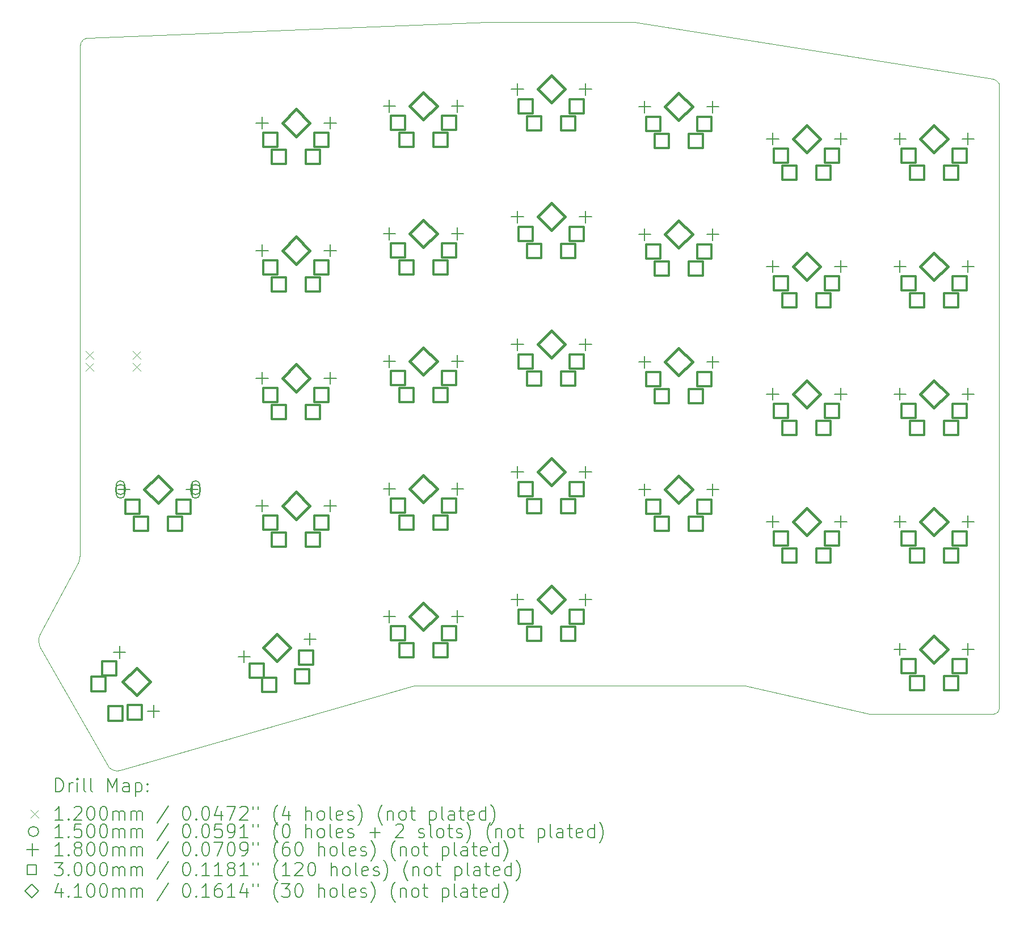
<source format=gbr>
%FSLAX45Y45*%
G04 Gerber Fmt 4.5, Leading zero omitted, Abs format (unit mm)*
G04 Created by KiCad (PCBNEW (6.0.2-0)) date 2022-02-19 09:10:47*
%MOMM*%
%LPD*%
G01*
G04 APERTURE LIST*
%TA.AperFunction,Profile*%
%ADD10C,0.100000*%
%TD*%
%ADD11C,0.200000*%
%ADD12C,0.120000*%
%ADD13C,0.150000*%
%ADD14C,0.180000*%
%ADD15C,0.300000*%
%ADD16C,0.410000*%
G04 APERTURE END LIST*
D10*
X13148013Y-13618900D02*
X18082600Y-13618900D01*
X19943430Y-14044882D02*
X18082600Y-13618900D01*
X7562600Y-13058900D02*
X7547600Y-13008900D01*
X7547600Y-13008900D02*
X7542600Y-12948900D01*
X7542600Y-12948900D02*
X7542600Y-12908900D01*
X7542600Y-12908900D02*
X7552600Y-12858900D01*
X8160126Y-11658900D02*
X8152600Y-11723900D01*
X8152600Y-11723900D02*
X8132600Y-11783900D01*
X8587600Y-14838900D02*
X8622600Y-14868900D01*
X8622600Y-14868900D02*
X8667600Y-14883900D01*
X8667600Y-14883900D02*
X8711200Y-14890500D01*
X7552600Y-12858900D02*
X8132600Y-11783900D01*
X8193726Y-3985183D02*
X8210775Y-3971116D01*
X8169038Y-4021801D02*
X8179659Y-4002233D01*
X21860988Y-4618681D02*
X21869628Y-4636767D01*
X21780144Y-4563415D02*
X21800311Y-4568578D01*
X8179659Y-4002233D02*
X8193726Y-3985183D01*
X21800311Y-4568578D02*
X21818787Y-4577047D01*
X21875038Y-4656357D02*
X21876918Y-4677090D01*
X8587600Y-14838900D02*
X7562600Y-13058900D01*
X21794074Y-14044882D02*
X19943430Y-14044882D01*
X21794074Y-14044882D02*
G75*
G03*
X21876880Y-13962597I672J82132D01*
G01*
X21876918Y-4677090D02*
X21876880Y-13962597D01*
X8162326Y-4043426D02*
X8169038Y-4021801D01*
X16427600Y-3718900D02*
X21780144Y-4563415D01*
X8159986Y-4066643D02*
X8162326Y-4043426D01*
X21869628Y-4636767D02*
X21875038Y-4656357D01*
X8210775Y-3971116D02*
X8230344Y-3960494D01*
X21818787Y-4577047D02*
X21835262Y-4588460D01*
X21849432Y-4602458D02*
X21860988Y-4618681D01*
X8160126Y-11658900D02*
X8159986Y-4066643D01*
X13148013Y-13618900D02*
X8754872Y-14885416D01*
X8251968Y-3953781D02*
X8275185Y-3951440D01*
X8230344Y-3960494D02*
X8251968Y-3953781D01*
X14232600Y-3718900D02*
X16427600Y-3718900D01*
X21835262Y-4588460D02*
X21849432Y-4602458D01*
X14232600Y-3718900D02*
X8275185Y-3951440D01*
X8711200Y-14890500D02*
X8754872Y-14885416D01*
D11*
D12*
X8243400Y-8626800D02*
X8363400Y-8746800D01*
X8363400Y-8626800D02*
X8243400Y-8746800D01*
X8243400Y-8801800D02*
X8363400Y-8921800D01*
X8363400Y-8801800D02*
X8243400Y-8921800D01*
X8943400Y-8626800D02*
X9063400Y-8746800D01*
X9063400Y-8626800D02*
X8943400Y-8746800D01*
X8943400Y-8801800D02*
X9063400Y-8921800D01*
X9063400Y-8801800D02*
X8943400Y-8921800D01*
D13*
X8836800Y-10693400D02*
G75*
G03*
X8836800Y-10693400I-75000J0D01*
G01*
D11*
X8696800Y-10628400D02*
X8696800Y-10758400D01*
X8826800Y-10628400D02*
X8826800Y-10758400D01*
X8696800Y-10758400D02*
G75*
G03*
X8826800Y-10758400I65000J0D01*
G01*
X8826800Y-10628400D02*
G75*
G03*
X8696800Y-10628400I-65000J0D01*
G01*
D13*
X9956800Y-10693400D02*
G75*
G03*
X9956800Y-10693400I-75000J0D01*
G01*
D11*
X9816800Y-10628400D02*
X9816800Y-10758400D01*
X9946800Y-10628400D02*
X9946800Y-10758400D01*
X9816800Y-10758400D02*
G75*
G03*
X9946800Y-10758400I65000J0D01*
G01*
X9946800Y-10628400D02*
G75*
G03*
X9816800Y-10628400I-65000J0D01*
G01*
D14*
X8746800Y-13032959D02*
X8746800Y-13212959D01*
X8656800Y-13122959D02*
X8836800Y-13122959D01*
X8813800Y-10603400D02*
X8813800Y-10783400D01*
X8723800Y-10693400D02*
X8903800Y-10693400D01*
X9254800Y-13912841D02*
X9254800Y-14092841D01*
X9164800Y-14002841D02*
X9344800Y-14002841D01*
X9829800Y-10603400D02*
X9829800Y-10783400D01*
X9739800Y-10693400D02*
X9919800Y-10693400D01*
X10606710Y-13096880D02*
X10606710Y-13276880D01*
X10516710Y-13186880D02*
X10696710Y-13186880D01*
X10874718Y-5128938D02*
X10874718Y-5308938D01*
X10784718Y-5218938D02*
X10964718Y-5218938D01*
X10874718Y-7033938D02*
X10874718Y-7213938D01*
X10784718Y-7123938D02*
X10964718Y-7123938D01*
X10874718Y-8938938D02*
X10874718Y-9118938D01*
X10784718Y-9028938D02*
X10964718Y-9028938D01*
X10874718Y-10843938D02*
X10874718Y-11023938D01*
X10784718Y-10933938D02*
X10964718Y-10933938D01*
X11588090Y-12833920D02*
X11588090Y-13013920D01*
X11498090Y-12923920D02*
X11678090Y-12923920D01*
X11890718Y-5128938D02*
X11890718Y-5308938D01*
X11800718Y-5218938D02*
X11980718Y-5218938D01*
X11890718Y-7033938D02*
X11890718Y-7213938D01*
X11800718Y-7123938D02*
X11980718Y-7123938D01*
X11890718Y-8938938D02*
X11890718Y-9118938D01*
X11800718Y-9028938D02*
X11980718Y-9028938D01*
X11890718Y-10843938D02*
X11890718Y-11023938D01*
X11800718Y-10933938D02*
X11980718Y-10933938D01*
X12774600Y-4878800D02*
X12774600Y-5058800D01*
X12684600Y-4968800D02*
X12864600Y-4968800D01*
X12774600Y-6783800D02*
X12774600Y-6963800D01*
X12684600Y-6873800D02*
X12864600Y-6873800D01*
X12774600Y-8688800D02*
X12774600Y-8868800D01*
X12684600Y-8778800D02*
X12864600Y-8778800D01*
X12774600Y-10593800D02*
X12774600Y-10773800D01*
X12684600Y-10683800D02*
X12864600Y-10683800D01*
X12774600Y-12498800D02*
X12774600Y-12678800D01*
X12684600Y-12588800D02*
X12864600Y-12588800D01*
X13790600Y-4878800D02*
X13790600Y-5058800D01*
X13700600Y-4968800D02*
X13880600Y-4968800D01*
X13790600Y-6783800D02*
X13790600Y-6963800D01*
X13700600Y-6873800D02*
X13880600Y-6873800D01*
X13790600Y-8688800D02*
X13790600Y-8868800D01*
X13700600Y-8778800D02*
X13880600Y-8778800D01*
X13790600Y-10593800D02*
X13790600Y-10773800D01*
X13700600Y-10683800D02*
X13880600Y-10683800D01*
X13790600Y-12498800D02*
X13790600Y-12678800D01*
X13700600Y-12588800D02*
X13880600Y-12588800D01*
X14684600Y-4627000D02*
X14684600Y-4807000D01*
X14594600Y-4717000D02*
X14774600Y-4717000D01*
X14684600Y-6532000D02*
X14684600Y-6712000D01*
X14594600Y-6622000D02*
X14774600Y-6622000D01*
X14684600Y-8437000D02*
X14684600Y-8617000D01*
X14594600Y-8527000D02*
X14774600Y-8527000D01*
X14684600Y-10342000D02*
X14684600Y-10522000D01*
X14594600Y-10432000D02*
X14774600Y-10432000D01*
X14684600Y-12247000D02*
X14684600Y-12427000D01*
X14594600Y-12337000D02*
X14774600Y-12337000D01*
X15700600Y-4627000D02*
X15700600Y-4807000D01*
X15610600Y-4717000D02*
X15790600Y-4717000D01*
X15700600Y-6532000D02*
X15700600Y-6712000D01*
X15610600Y-6622000D02*
X15790600Y-6622000D01*
X15700600Y-8437000D02*
X15700600Y-8617000D01*
X15610600Y-8527000D02*
X15790600Y-8527000D01*
X15700600Y-10342000D02*
X15700600Y-10522000D01*
X15610600Y-10432000D02*
X15790600Y-10432000D01*
X15700600Y-12247000D02*
X15700600Y-12427000D01*
X15610600Y-12337000D02*
X15790600Y-12337000D01*
X16584700Y-4888900D02*
X16584700Y-5068900D01*
X16494700Y-4978900D02*
X16674700Y-4978900D01*
X16584700Y-6793900D02*
X16584700Y-6973900D01*
X16494700Y-6883900D02*
X16674700Y-6883900D01*
X16584700Y-8698900D02*
X16584700Y-8878900D01*
X16494700Y-8788900D02*
X16674700Y-8788900D01*
X16584700Y-10603900D02*
X16584700Y-10783900D01*
X16494700Y-10693900D02*
X16674700Y-10693900D01*
X17600700Y-4888900D02*
X17600700Y-5068900D01*
X17510700Y-4978900D02*
X17690700Y-4978900D01*
X17600700Y-6793900D02*
X17600700Y-6973900D01*
X17510700Y-6883900D02*
X17690700Y-6883900D01*
X17600700Y-8698900D02*
X17600700Y-8878900D01*
X17510700Y-8788900D02*
X17690700Y-8788900D01*
X17600700Y-10603900D02*
X17600700Y-10783900D01*
X17510700Y-10693900D02*
X17690700Y-10693900D01*
X18494600Y-5368900D02*
X18494600Y-5548900D01*
X18404600Y-5458900D02*
X18584600Y-5458900D01*
X18494600Y-7273900D02*
X18494600Y-7453900D01*
X18404600Y-7363900D02*
X18584600Y-7363900D01*
X18494600Y-9178900D02*
X18494600Y-9358900D01*
X18404600Y-9268900D02*
X18584600Y-9268900D01*
X18494600Y-11083900D02*
X18494600Y-11263900D01*
X18404600Y-11173900D02*
X18584600Y-11173900D01*
X19510600Y-5368900D02*
X19510600Y-5548900D01*
X19420600Y-5458900D02*
X19600600Y-5458900D01*
X19510600Y-7273900D02*
X19510600Y-7453900D01*
X19420600Y-7363900D02*
X19600600Y-7363900D01*
X19510600Y-9178900D02*
X19510600Y-9358900D01*
X19420600Y-9268900D02*
X19600600Y-9268900D01*
X19510600Y-11083900D02*
X19510600Y-11263900D01*
X19420600Y-11173900D02*
X19600600Y-11173900D01*
X20394534Y-5369074D02*
X20394534Y-5549074D01*
X20304534Y-5459074D02*
X20484534Y-5459074D01*
X20394534Y-7274074D02*
X20394534Y-7454074D01*
X20304534Y-7364074D02*
X20484534Y-7364074D01*
X20394534Y-9179074D02*
X20394534Y-9359074D01*
X20304534Y-9269074D02*
X20484534Y-9269074D01*
X20394534Y-11084074D02*
X20394534Y-11264074D01*
X20304534Y-11174074D02*
X20484534Y-11174074D01*
X20394534Y-12989074D02*
X20394534Y-13169074D01*
X20304534Y-13079074D02*
X20484534Y-13079074D01*
X21410534Y-5369074D02*
X21410534Y-5549074D01*
X21320534Y-5459074D02*
X21500534Y-5459074D01*
X21410534Y-7274074D02*
X21410534Y-7454074D01*
X21320534Y-7364074D02*
X21500534Y-7364074D01*
X21410534Y-9179074D02*
X21410534Y-9359074D01*
X21320534Y-9269074D02*
X21500534Y-9269074D01*
X21410534Y-11084074D02*
X21410534Y-11264074D01*
X21320534Y-11174074D02*
X21500534Y-11174074D01*
X21410534Y-12989074D02*
X21410534Y-13169074D01*
X21320534Y-13079074D02*
X21500534Y-13079074D01*
D15*
X8539926Y-13702996D02*
X8539926Y-13490862D01*
X8327792Y-13490862D01*
X8327792Y-13702996D01*
X8539926Y-13702996D01*
X8696397Y-13466011D02*
X8696397Y-13253877D01*
X8484263Y-13253877D01*
X8484263Y-13466011D01*
X8696397Y-13466011D01*
X8793926Y-14142937D02*
X8793926Y-13930803D01*
X8581792Y-13930803D01*
X8581792Y-14142937D01*
X8793926Y-14142937D01*
X9046867Y-11053467D02*
X9046867Y-10841333D01*
X8834733Y-10841333D01*
X8834733Y-11053467D01*
X9046867Y-11053467D01*
X9077397Y-14125923D02*
X9077397Y-13913789D01*
X8865263Y-13913789D01*
X8865263Y-14125923D01*
X9077397Y-14125923D01*
X9173867Y-11307467D02*
X9173867Y-11095333D01*
X8961733Y-11095333D01*
X8961733Y-11307467D01*
X9173867Y-11307467D01*
X9681867Y-11307467D02*
X9681867Y-11095333D01*
X9469733Y-11095333D01*
X9469733Y-11307467D01*
X9681867Y-11307467D01*
X9808867Y-11053467D02*
X9808867Y-10841333D01*
X9596733Y-10841333D01*
X9596733Y-11053467D01*
X9808867Y-11053467D01*
X10901189Y-13505422D02*
X10901189Y-13293288D01*
X10689055Y-13293288D01*
X10689055Y-13505422D01*
X10901189Y-13505422D01*
X11089602Y-13717897D02*
X11089602Y-13505763D01*
X10877468Y-13505763D01*
X10877468Y-13717897D01*
X11089602Y-13717897D01*
X11107785Y-5579005D02*
X11107785Y-5366871D01*
X10895651Y-5366871D01*
X10895651Y-5579005D01*
X11107785Y-5579005D01*
X11107785Y-7484005D02*
X11107785Y-7271871D01*
X10895651Y-7271871D01*
X10895651Y-7484005D01*
X11107785Y-7484005D01*
X11107785Y-9389005D02*
X11107785Y-9176871D01*
X10895651Y-9176871D01*
X10895651Y-9389005D01*
X11107785Y-9389005D01*
X11107785Y-11294005D02*
X11107785Y-11081871D01*
X10895651Y-11081871D01*
X10895651Y-11294005D01*
X11107785Y-11294005D01*
X11234785Y-5833005D02*
X11234785Y-5620871D01*
X11022651Y-5620871D01*
X11022651Y-5833005D01*
X11234785Y-5833005D01*
X11234785Y-7738005D02*
X11234785Y-7525871D01*
X11022651Y-7525871D01*
X11022651Y-7738005D01*
X11234785Y-7738005D01*
X11234785Y-9643005D02*
X11234785Y-9430871D01*
X11022651Y-9430871D01*
X11022651Y-9643005D01*
X11234785Y-9643005D01*
X11234785Y-11548005D02*
X11234785Y-11335871D01*
X11022651Y-11335871D01*
X11022651Y-11548005D01*
X11234785Y-11548005D01*
X11580292Y-13586417D02*
X11580292Y-13374283D01*
X11368158Y-13374283D01*
X11368158Y-13586417D01*
X11580292Y-13586417D01*
X11637225Y-13308202D02*
X11637225Y-13096068D01*
X11425091Y-13096068D01*
X11425091Y-13308202D01*
X11637225Y-13308202D01*
X11742785Y-5833005D02*
X11742785Y-5620871D01*
X11530651Y-5620871D01*
X11530651Y-5833005D01*
X11742785Y-5833005D01*
X11742785Y-7738005D02*
X11742785Y-7525871D01*
X11530651Y-7525871D01*
X11530651Y-7738005D01*
X11742785Y-7738005D01*
X11742785Y-9643005D02*
X11742785Y-9430871D01*
X11530651Y-9430871D01*
X11530651Y-9643005D01*
X11742785Y-9643005D01*
X11742785Y-11548005D02*
X11742785Y-11335871D01*
X11530651Y-11335871D01*
X11530651Y-11548005D01*
X11742785Y-11548005D01*
X11869785Y-5579005D02*
X11869785Y-5366871D01*
X11657651Y-5366871D01*
X11657651Y-5579005D01*
X11869785Y-5579005D01*
X11869785Y-7484005D02*
X11869785Y-7271871D01*
X11657651Y-7271871D01*
X11657651Y-7484005D01*
X11869785Y-7484005D01*
X11869785Y-9389005D02*
X11869785Y-9176871D01*
X11657651Y-9176871D01*
X11657651Y-9389005D01*
X11869785Y-9389005D01*
X11869785Y-11294005D02*
X11869785Y-11081871D01*
X11657651Y-11081871D01*
X11657651Y-11294005D01*
X11869785Y-11294005D01*
X13007667Y-5328867D02*
X13007667Y-5116733D01*
X12795533Y-5116733D01*
X12795533Y-5328867D01*
X13007667Y-5328867D01*
X13007667Y-7233867D02*
X13007667Y-7021733D01*
X12795533Y-7021733D01*
X12795533Y-7233867D01*
X13007667Y-7233867D01*
X13007667Y-9138867D02*
X13007667Y-8926733D01*
X12795533Y-8926733D01*
X12795533Y-9138867D01*
X13007667Y-9138867D01*
X13007667Y-11043867D02*
X13007667Y-10831733D01*
X12795533Y-10831733D01*
X12795533Y-11043867D01*
X13007667Y-11043867D01*
X13007667Y-12948867D02*
X13007667Y-12736733D01*
X12795533Y-12736733D01*
X12795533Y-12948867D01*
X13007667Y-12948867D01*
X13134667Y-5582867D02*
X13134667Y-5370733D01*
X12922533Y-5370733D01*
X12922533Y-5582867D01*
X13134667Y-5582867D01*
X13134667Y-7487867D02*
X13134667Y-7275733D01*
X12922533Y-7275733D01*
X12922533Y-7487867D01*
X13134667Y-7487867D01*
X13134667Y-9392867D02*
X13134667Y-9180733D01*
X12922533Y-9180733D01*
X12922533Y-9392867D01*
X13134667Y-9392867D01*
X13134667Y-11297867D02*
X13134667Y-11085733D01*
X12922533Y-11085733D01*
X12922533Y-11297867D01*
X13134667Y-11297867D01*
X13134667Y-13202867D02*
X13134667Y-12990733D01*
X12922533Y-12990733D01*
X12922533Y-13202867D01*
X13134667Y-13202867D01*
X13642667Y-5582867D02*
X13642667Y-5370733D01*
X13430533Y-5370733D01*
X13430533Y-5582867D01*
X13642667Y-5582867D01*
X13642667Y-7487867D02*
X13642667Y-7275733D01*
X13430533Y-7275733D01*
X13430533Y-7487867D01*
X13642667Y-7487867D01*
X13642667Y-9392867D02*
X13642667Y-9180733D01*
X13430533Y-9180733D01*
X13430533Y-9392867D01*
X13642667Y-9392867D01*
X13642667Y-11297867D02*
X13642667Y-11085733D01*
X13430533Y-11085733D01*
X13430533Y-11297867D01*
X13642667Y-11297867D01*
X13642667Y-13202867D02*
X13642667Y-12990733D01*
X13430533Y-12990733D01*
X13430533Y-13202867D01*
X13642667Y-13202867D01*
X13769667Y-5328867D02*
X13769667Y-5116733D01*
X13557533Y-5116733D01*
X13557533Y-5328867D01*
X13769667Y-5328867D01*
X13769667Y-7233867D02*
X13769667Y-7021733D01*
X13557533Y-7021733D01*
X13557533Y-7233867D01*
X13769667Y-7233867D01*
X13769667Y-9138867D02*
X13769667Y-8926733D01*
X13557533Y-8926733D01*
X13557533Y-9138867D01*
X13769667Y-9138867D01*
X13769667Y-11043867D02*
X13769667Y-10831733D01*
X13557533Y-10831733D01*
X13557533Y-11043867D01*
X13769667Y-11043867D01*
X13769667Y-12948867D02*
X13769667Y-12736733D01*
X13557533Y-12736733D01*
X13557533Y-12948867D01*
X13769667Y-12948867D01*
X14917667Y-5077067D02*
X14917667Y-4864933D01*
X14705533Y-4864933D01*
X14705533Y-5077067D01*
X14917667Y-5077067D01*
X14917667Y-6982067D02*
X14917667Y-6769933D01*
X14705533Y-6769933D01*
X14705533Y-6982067D01*
X14917667Y-6982067D01*
X14917667Y-8887067D02*
X14917667Y-8674933D01*
X14705533Y-8674933D01*
X14705533Y-8887067D01*
X14917667Y-8887067D01*
X14917667Y-10792067D02*
X14917667Y-10579933D01*
X14705533Y-10579933D01*
X14705533Y-10792067D01*
X14917667Y-10792067D01*
X14917667Y-12697067D02*
X14917667Y-12484933D01*
X14705533Y-12484933D01*
X14705533Y-12697067D01*
X14917667Y-12697067D01*
X15044667Y-5331067D02*
X15044667Y-5118933D01*
X14832533Y-5118933D01*
X14832533Y-5331067D01*
X15044667Y-5331067D01*
X15044667Y-7236067D02*
X15044667Y-7023933D01*
X14832533Y-7023933D01*
X14832533Y-7236067D01*
X15044667Y-7236067D01*
X15044667Y-9141067D02*
X15044667Y-8928933D01*
X14832533Y-8928933D01*
X14832533Y-9141067D01*
X15044667Y-9141067D01*
X15044667Y-11046067D02*
X15044667Y-10833933D01*
X14832533Y-10833933D01*
X14832533Y-11046067D01*
X15044667Y-11046067D01*
X15044667Y-12951067D02*
X15044667Y-12738933D01*
X14832533Y-12738933D01*
X14832533Y-12951067D01*
X15044667Y-12951067D01*
X15552667Y-5331067D02*
X15552667Y-5118933D01*
X15340533Y-5118933D01*
X15340533Y-5331067D01*
X15552667Y-5331067D01*
X15552667Y-7236067D02*
X15552667Y-7023933D01*
X15340533Y-7023933D01*
X15340533Y-7236067D01*
X15552667Y-7236067D01*
X15552667Y-9141067D02*
X15552667Y-8928933D01*
X15340533Y-8928933D01*
X15340533Y-9141067D01*
X15552667Y-9141067D01*
X15552667Y-11046067D02*
X15552667Y-10833933D01*
X15340533Y-10833933D01*
X15340533Y-11046067D01*
X15552667Y-11046067D01*
X15552667Y-12951067D02*
X15552667Y-12738933D01*
X15340533Y-12738933D01*
X15340533Y-12951067D01*
X15552667Y-12951067D01*
X15679667Y-5077067D02*
X15679667Y-4864933D01*
X15467533Y-4864933D01*
X15467533Y-5077067D01*
X15679667Y-5077067D01*
X15679667Y-6982067D02*
X15679667Y-6769933D01*
X15467533Y-6769933D01*
X15467533Y-6982067D01*
X15679667Y-6982067D01*
X15679667Y-8887067D02*
X15679667Y-8674933D01*
X15467533Y-8674933D01*
X15467533Y-8887067D01*
X15679667Y-8887067D01*
X15679667Y-10792067D02*
X15679667Y-10579933D01*
X15467533Y-10579933D01*
X15467533Y-10792067D01*
X15679667Y-10792067D01*
X15679667Y-12697067D02*
X15679667Y-12484933D01*
X15467533Y-12484933D01*
X15467533Y-12697067D01*
X15679667Y-12697067D01*
X16817767Y-5338967D02*
X16817767Y-5126833D01*
X16605633Y-5126833D01*
X16605633Y-5338967D01*
X16817767Y-5338967D01*
X16817767Y-7243967D02*
X16817767Y-7031833D01*
X16605633Y-7031833D01*
X16605633Y-7243967D01*
X16817767Y-7243967D01*
X16817767Y-9148967D02*
X16817767Y-8936833D01*
X16605633Y-8936833D01*
X16605633Y-9148967D01*
X16817767Y-9148967D01*
X16817767Y-11053967D02*
X16817767Y-10841833D01*
X16605633Y-10841833D01*
X16605633Y-11053967D01*
X16817767Y-11053967D01*
X16944767Y-5592967D02*
X16944767Y-5380833D01*
X16732633Y-5380833D01*
X16732633Y-5592967D01*
X16944767Y-5592967D01*
X16944767Y-7497967D02*
X16944767Y-7285833D01*
X16732633Y-7285833D01*
X16732633Y-7497967D01*
X16944767Y-7497967D01*
X16944767Y-9402967D02*
X16944767Y-9190833D01*
X16732633Y-9190833D01*
X16732633Y-9402967D01*
X16944767Y-9402967D01*
X16944767Y-11307967D02*
X16944767Y-11095833D01*
X16732633Y-11095833D01*
X16732633Y-11307967D01*
X16944767Y-11307967D01*
X17452767Y-5592967D02*
X17452767Y-5380833D01*
X17240633Y-5380833D01*
X17240633Y-5592967D01*
X17452767Y-5592967D01*
X17452767Y-7497967D02*
X17452767Y-7285833D01*
X17240633Y-7285833D01*
X17240633Y-7497967D01*
X17452767Y-7497967D01*
X17452767Y-9402967D02*
X17452767Y-9190833D01*
X17240633Y-9190833D01*
X17240633Y-9402967D01*
X17452767Y-9402967D01*
X17452767Y-11307967D02*
X17452767Y-11095833D01*
X17240633Y-11095833D01*
X17240633Y-11307967D01*
X17452767Y-11307967D01*
X17579767Y-5338967D02*
X17579767Y-5126833D01*
X17367633Y-5126833D01*
X17367633Y-5338967D01*
X17579767Y-5338967D01*
X17579767Y-7243967D02*
X17579767Y-7031833D01*
X17367633Y-7031833D01*
X17367633Y-7243967D01*
X17579767Y-7243967D01*
X17579767Y-9148967D02*
X17579767Y-8936833D01*
X17367633Y-8936833D01*
X17367633Y-9148967D01*
X17579767Y-9148967D01*
X17579767Y-11053967D02*
X17579767Y-10841833D01*
X17367633Y-10841833D01*
X17367633Y-11053967D01*
X17579767Y-11053967D01*
X18727667Y-5818967D02*
X18727667Y-5606833D01*
X18515533Y-5606833D01*
X18515533Y-5818967D01*
X18727667Y-5818967D01*
X18727667Y-7723967D02*
X18727667Y-7511833D01*
X18515533Y-7511833D01*
X18515533Y-7723967D01*
X18727667Y-7723967D01*
X18727667Y-9628967D02*
X18727667Y-9416833D01*
X18515533Y-9416833D01*
X18515533Y-9628967D01*
X18727667Y-9628967D01*
X18727667Y-11533967D02*
X18727667Y-11321833D01*
X18515533Y-11321833D01*
X18515533Y-11533967D01*
X18727667Y-11533967D01*
X18854667Y-6072967D02*
X18854667Y-5860833D01*
X18642533Y-5860833D01*
X18642533Y-6072967D01*
X18854667Y-6072967D01*
X18854667Y-7977967D02*
X18854667Y-7765833D01*
X18642533Y-7765833D01*
X18642533Y-7977967D01*
X18854667Y-7977967D01*
X18854667Y-9882967D02*
X18854667Y-9670833D01*
X18642533Y-9670833D01*
X18642533Y-9882967D01*
X18854667Y-9882967D01*
X18854667Y-11787967D02*
X18854667Y-11575833D01*
X18642533Y-11575833D01*
X18642533Y-11787967D01*
X18854667Y-11787967D01*
X19362667Y-6072967D02*
X19362667Y-5860833D01*
X19150533Y-5860833D01*
X19150533Y-6072967D01*
X19362667Y-6072967D01*
X19362667Y-7977967D02*
X19362667Y-7765833D01*
X19150533Y-7765833D01*
X19150533Y-7977967D01*
X19362667Y-7977967D01*
X19362667Y-9882967D02*
X19362667Y-9670833D01*
X19150533Y-9670833D01*
X19150533Y-9882967D01*
X19362667Y-9882967D01*
X19362667Y-11787967D02*
X19362667Y-11575833D01*
X19150533Y-11575833D01*
X19150533Y-11787967D01*
X19362667Y-11787967D01*
X19489667Y-5818967D02*
X19489667Y-5606833D01*
X19277533Y-5606833D01*
X19277533Y-5818967D01*
X19489667Y-5818967D01*
X19489667Y-7723967D02*
X19489667Y-7511833D01*
X19277533Y-7511833D01*
X19277533Y-7723967D01*
X19489667Y-7723967D01*
X19489667Y-9628967D02*
X19489667Y-9416833D01*
X19277533Y-9416833D01*
X19277533Y-9628967D01*
X19489667Y-9628967D01*
X19489667Y-11533967D02*
X19489667Y-11321833D01*
X19277533Y-11321833D01*
X19277533Y-11533967D01*
X19489667Y-11533967D01*
X20627601Y-5819141D02*
X20627601Y-5607007D01*
X20415467Y-5607007D01*
X20415467Y-5819141D01*
X20627601Y-5819141D01*
X20627601Y-7724141D02*
X20627601Y-7512007D01*
X20415467Y-7512007D01*
X20415467Y-7724141D01*
X20627601Y-7724141D01*
X20627601Y-9629141D02*
X20627601Y-9417007D01*
X20415467Y-9417007D01*
X20415467Y-9629141D01*
X20627601Y-9629141D01*
X20627601Y-11534141D02*
X20627601Y-11322007D01*
X20415467Y-11322007D01*
X20415467Y-11534141D01*
X20627601Y-11534141D01*
X20627601Y-13439141D02*
X20627601Y-13227007D01*
X20415467Y-13227007D01*
X20415467Y-13439141D01*
X20627601Y-13439141D01*
X20754601Y-6073141D02*
X20754601Y-5861007D01*
X20542467Y-5861007D01*
X20542467Y-6073141D01*
X20754601Y-6073141D01*
X20754601Y-7978141D02*
X20754601Y-7766007D01*
X20542467Y-7766007D01*
X20542467Y-7978141D01*
X20754601Y-7978141D01*
X20754601Y-9883141D02*
X20754601Y-9671007D01*
X20542467Y-9671007D01*
X20542467Y-9883141D01*
X20754601Y-9883141D01*
X20754601Y-11788141D02*
X20754601Y-11576007D01*
X20542467Y-11576007D01*
X20542467Y-11788141D01*
X20754601Y-11788141D01*
X20754601Y-13693141D02*
X20754601Y-13481007D01*
X20542467Y-13481007D01*
X20542467Y-13693141D01*
X20754601Y-13693141D01*
X21262601Y-6073141D02*
X21262601Y-5861007D01*
X21050467Y-5861007D01*
X21050467Y-6073141D01*
X21262601Y-6073141D01*
X21262601Y-7978141D02*
X21262601Y-7766007D01*
X21050467Y-7766007D01*
X21050467Y-7978141D01*
X21262601Y-7978141D01*
X21262601Y-9883141D02*
X21262601Y-9671007D01*
X21050467Y-9671007D01*
X21050467Y-9883141D01*
X21262601Y-9883141D01*
X21262601Y-11788141D02*
X21262601Y-11576007D01*
X21050467Y-11576007D01*
X21050467Y-11788141D01*
X21262601Y-11788141D01*
X21262601Y-13693141D02*
X21262601Y-13481007D01*
X21050467Y-13481007D01*
X21050467Y-13693141D01*
X21262601Y-13693141D01*
X21389601Y-5819141D02*
X21389601Y-5607007D01*
X21177467Y-5607007D01*
X21177467Y-5819141D01*
X21389601Y-5819141D01*
X21389601Y-7724141D02*
X21389601Y-7512007D01*
X21177467Y-7512007D01*
X21177467Y-7724141D01*
X21389601Y-7724141D01*
X21389601Y-9629141D02*
X21389601Y-9417007D01*
X21177467Y-9417007D01*
X21177467Y-9629141D01*
X21389601Y-9629141D01*
X21389601Y-11534141D02*
X21389601Y-11322007D01*
X21177467Y-11322007D01*
X21177467Y-11534141D01*
X21389601Y-11534141D01*
X21389601Y-13439141D02*
X21389601Y-13227007D01*
X21177467Y-13227007D01*
X21177467Y-13439141D01*
X21389601Y-13439141D01*
D16*
X9000800Y-13767900D02*
X9205800Y-13562900D01*
X9000800Y-13357900D01*
X8795800Y-13562900D01*
X9000800Y-13767900D01*
X9321800Y-10898400D02*
X9526800Y-10693400D01*
X9321800Y-10488400D01*
X9116800Y-10693400D01*
X9321800Y-10898400D01*
X11097400Y-13260400D02*
X11302400Y-13055400D01*
X11097400Y-12850400D01*
X10892400Y-13055400D01*
X11097400Y-13260400D01*
X11382718Y-5423938D02*
X11587718Y-5218938D01*
X11382718Y-5013938D01*
X11177718Y-5218938D01*
X11382718Y-5423938D01*
X11382718Y-7328938D02*
X11587718Y-7123938D01*
X11382718Y-6918938D01*
X11177718Y-7123938D01*
X11382718Y-7328938D01*
X11382718Y-9233938D02*
X11587718Y-9028938D01*
X11382718Y-8823938D01*
X11177718Y-9028938D01*
X11382718Y-9233938D01*
X11382718Y-11138938D02*
X11587718Y-10933938D01*
X11382718Y-10728938D01*
X11177718Y-10933938D01*
X11382718Y-11138938D01*
X13282600Y-5173800D02*
X13487600Y-4968800D01*
X13282600Y-4763800D01*
X13077600Y-4968800D01*
X13282600Y-5173800D01*
X13282600Y-7078800D02*
X13487600Y-6873800D01*
X13282600Y-6668800D01*
X13077600Y-6873800D01*
X13282600Y-7078800D01*
X13282600Y-8983800D02*
X13487600Y-8778800D01*
X13282600Y-8573800D01*
X13077600Y-8778800D01*
X13282600Y-8983800D01*
X13282600Y-10888800D02*
X13487600Y-10683800D01*
X13282600Y-10478800D01*
X13077600Y-10683800D01*
X13282600Y-10888800D01*
X13282600Y-12793800D02*
X13487600Y-12588800D01*
X13282600Y-12383800D01*
X13077600Y-12588800D01*
X13282600Y-12793800D01*
X15192600Y-4922000D02*
X15397600Y-4717000D01*
X15192600Y-4512000D01*
X14987600Y-4717000D01*
X15192600Y-4922000D01*
X15192600Y-6827000D02*
X15397600Y-6622000D01*
X15192600Y-6417000D01*
X14987600Y-6622000D01*
X15192600Y-6827000D01*
X15192600Y-8732000D02*
X15397600Y-8527000D01*
X15192600Y-8322000D01*
X14987600Y-8527000D01*
X15192600Y-8732000D01*
X15192600Y-10637000D02*
X15397600Y-10432000D01*
X15192600Y-10227000D01*
X14987600Y-10432000D01*
X15192600Y-10637000D01*
X15192600Y-12542000D02*
X15397600Y-12337000D01*
X15192600Y-12132000D01*
X14987600Y-12337000D01*
X15192600Y-12542000D01*
X17092700Y-5183900D02*
X17297700Y-4978900D01*
X17092700Y-4773900D01*
X16887700Y-4978900D01*
X17092700Y-5183900D01*
X17092700Y-7088900D02*
X17297700Y-6883900D01*
X17092700Y-6678900D01*
X16887700Y-6883900D01*
X17092700Y-7088900D01*
X17092700Y-8993900D02*
X17297700Y-8788900D01*
X17092700Y-8583900D01*
X16887700Y-8788900D01*
X17092700Y-8993900D01*
X17092700Y-10898900D02*
X17297700Y-10693900D01*
X17092700Y-10488900D01*
X16887700Y-10693900D01*
X17092700Y-10898900D01*
X19002600Y-5663900D02*
X19207600Y-5458900D01*
X19002600Y-5253900D01*
X18797600Y-5458900D01*
X19002600Y-5663900D01*
X19002600Y-7568900D02*
X19207600Y-7363900D01*
X19002600Y-7158900D01*
X18797600Y-7363900D01*
X19002600Y-7568900D01*
X19002600Y-9473900D02*
X19207600Y-9268900D01*
X19002600Y-9063900D01*
X18797600Y-9268900D01*
X19002600Y-9473900D01*
X19002600Y-11378900D02*
X19207600Y-11173900D01*
X19002600Y-10968900D01*
X18797600Y-11173900D01*
X19002600Y-11378900D01*
X20902534Y-5664074D02*
X21107534Y-5459074D01*
X20902534Y-5254074D01*
X20697534Y-5459074D01*
X20902534Y-5664074D01*
X20902534Y-7569074D02*
X21107534Y-7364074D01*
X20902534Y-7159074D01*
X20697534Y-7364074D01*
X20902534Y-7569074D01*
X20902534Y-9474074D02*
X21107534Y-9269074D01*
X20902534Y-9064074D01*
X20697534Y-9269074D01*
X20902534Y-9474074D01*
X20902534Y-11379074D02*
X21107534Y-11174074D01*
X20902534Y-10969074D01*
X20697534Y-11174074D01*
X20902534Y-11379074D01*
X20902534Y-13284074D02*
X21107534Y-13079074D01*
X20902534Y-12874074D01*
X20697534Y-13079074D01*
X20902534Y-13284074D01*
D11*
X7795219Y-15205976D02*
X7795219Y-15005976D01*
X7842838Y-15005976D01*
X7871409Y-15015500D01*
X7890457Y-15034548D01*
X7899981Y-15053595D01*
X7909505Y-15091690D01*
X7909505Y-15120262D01*
X7899981Y-15158357D01*
X7890457Y-15177405D01*
X7871409Y-15196452D01*
X7842838Y-15205976D01*
X7795219Y-15205976D01*
X7995219Y-15205976D02*
X7995219Y-15072643D01*
X7995219Y-15110738D02*
X8004743Y-15091690D01*
X8014267Y-15082167D01*
X8033314Y-15072643D01*
X8052362Y-15072643D01*
X8119028Y-15205976D02*
X8119028Y-15072643D01*
X8119028Y-15005976D02*
X8109505Y-15015500D01*
X8119028Y-15025024D01*
X8128552Y-15015500D01*
X8119028Y-15005976D01*
X8119028Y-15025024D01*
X8242838Y-15205976D02*
X8223790Y-15196452D01*
X8214267Y-15177405D01*
X8214267Y-15005976D01*
X8347600Y-15205976D02*
X8328552Y-15196452D01*
X8319028Y-15177405D01*
X8319028Y-15005976D01*
X8576171Y-15205976D02*
X8576171Y-15005976D01*
X8642838Y-15148833D01*
X8709505Y-15005976D01*
X8709505Y-15205976D01*
X8890457Y-15205976D02*
X8890457Y-15101214D01*
X8880933Y-15082167D01*
X8861886Y-15072643D01*
X8823790Y-15072643D01*
X8804743Y-15082167D01*
X8890457Y-15196452D02*
X8871410Y-15205976D01*
X8823790Y-15205976D01*
X8804743Y-15196452D01*
X8795219Y-15177405D01*
X8795219Y-15158357D01*
X8804743Y-15139309D01*
X8823790Y-15129786D01*
X8871410Y-15129786D01*
X8890457Y-15120262D01*
X8985695Y-15072643D02*
X8985695Y-15272643D01*
X8985695Y-15082167D02*
X9004743Y-15072643D01*
X9042838Y-15072643D01*
X9061886Y-15082167D01*
X9071410Y-15091690D01*
X9080933Y-15110738D01*
X9080933Y-15167881D01*
X9071410Y-15186928D01*
X9061886Y-15196452D01*
X9042838Y-15205976D01*
X9004743Y-15205976D01*
X8985695Y-15196452D01*
X9166648Y-15186928D02*
X9176171Y-15196452D01*
X9166648Y-15205976D01*
X9157124Y-15196452D01*
X9166648Y-15186928D01*
X9166648Y-15205976D01*
X9166648Y-15082167D02*
X9176171Y-15091690D01*
X9166648Y-15101214D01*
X9157124Y-15091690D01*
X9166648Y-15082167D01*
X9166648Y-15101214D01*
D12*
X7417600Y-15475500D02*
X7537600Y-15595500D01*
X7537600Y-15475500D02*
X7417600Y-15595500D01*
D11*
X7899981Y-15625976D02*
X7785695Y-15625976D01*
X7842838Y-15625976D02*
X7842838Y-15425976D01*
X7823790Y-15454548D01*
X7804743Y-15473595D01*
X7785695Y-15483119D01*
X7985695Y-15606928D02*
X7995219Y-15616452D01*
X7985695Y-15625976D01*
X7976171Y-15616452D01*
X7985695Y-15606928D01*
X7985695Y-15625976D01*
X8071409Y-15445024D02*
X8080933Y-15435500D01*
X8099981Y-15425976D01*
X8147600Y-15425976D01*
X8166648Y-15435500D01*
X8176171Y-15445024D01*
X8185695Y-15464071D01*
X8185695Y-15483119D01*
X8176171Y-15511690D01*
X8061886Y-15625976D01*
X8185695Y-15625976D01*
X8309505Y-15425976D02*
X8328552Y-15425976D01*
X8347600Y-15435500D01*
X8357124Y-15445024D01*
X8366648Y-15464071D01*
X8376171Y-15502167D01*
X8376171Y-15549786D01*
X8366648Y-15587881D01*
X8357124Y-15606928D01*
X8347600Y-15616452D01*
X8328552Y-15625976D01*
X8309505Y-15625976D01*
X8290457Y-15616452D01*
X8280933Y-15606928D01*
X8271409Y-15587881D01*
X8261886Y-15549786D01*
X8261886Y-15502167D01*
X8271409Y-15464071D01*
X8280933Y-15445024D01*
X8290457Y-15435500D01*
X8309505Y-15425976D01*
X8499981Y-15425976D02*
X8519029Y-15425976D01*
X8538076Y-15435500D01*
X8547600Y-15445024D01*
X8557124Y-15464071D01*
X8566648Y-15502167D01*
X8566648Y-15549786D01*
X8557124Y-15587881D01*
X8547600Y-15606928D01*
X8538076Y-15616452D01*
X8519029Y-15625976D01*
X8499981Y-15625976D01*
X8480933Y-15616452D01*
X8471410Y-15606928D01*
X8461886Y-15587881D01*
X8452362Y-15549786D01*
X8452362Y-15502167D01*
X8461886Y-15464071D01*
X8471410Y-15445024D01*
X8480933Y-15435500D01*
X8499981Y-15425976D01*
X8652362Y-15625976D02*
X8652362Y-15492643D01*
X8652362Y-15511690D02*
X8661886Y-15502167D01*
X8680933Y-15492643D01*
X8709505Y-15492643D01*
X8728552Y-15502167D01*
X8738076Y-15521214D01*
X8738076Y-15625976D01*
X8738076Y-15521214D02*
X8747600Y-15502167D01*
X8766648Y-15492643D01*
X8795219Y-15492643D01*
X8814267Y-15502167D01*
X8823790Y-15521214D01*
X8823790Y-15625976D01*
X8919029Y-15625976D02*
X8919029Y-15492643D01*
X8919029Y-15511690D02*
X8928552Y-15502167D01*
X8947600Y-15492643D01*
X8976171Y-15492643D01*
X8995219Y-15502167D01*
X9004743Y-15521214D01*
X9004743Y-15625976D01*
X9004743Y-15521214D02*
X9014267Y-15502167D01*
X9033314Y-15492643D01*
X9061886Y-15492643D01*
X9080933Y-15502167D01*
X9090457Y-15521214D01*
X9090457Y-15625976D01*
X9480933Y-15416452D02*
X9309505Y-15673595D01*
X9738076Y-15425976D02*
X9757124Y-15425976D01*
X9776171Y-15435500D01*
X9785695Y-15445024D01*
X9795219Y-15464071D01*
X9804743Y-15502167D01*
X9804743Y-15549786D01*
X9795219Y-15587881D01*
X9785695Y-15606928D01*
X9776171Y-15616452D01*
X9757124Y-15625976D01*
X9738076Y-15625976D01*
X9719029Y-15616452D01*
X9709505Y-15606928D01*
X9699981Y-15587881D01*
X9690457Y-15549786D01*
X9690457Y-15502167D01*
X9699981Y-15464071D01*
X9709505Y-15445024D01*
X9719029Y-15435500D01*
X9738076Y-15425976D01*
X9890457Y-15606928D02*
X9899981Y-15616452D01*
X9890457Y-15625976D01*
X9880933Y-15616452D01*
X9890457Y-15606928D01*
X9890457Y-15625976D01*
X10023790Y-15425976D02*
X10042838Y-15425976D01*
X10061886Y-15435500D01*
X10071410Y-15445024D01*
X10080933Y-15464071D01*
X10090457Y-15502167D01*
X10090457Y-15549786D01*
X10080933Y-15587881D01*
X10071410Y-15606928D01*
X10061886Y-15616452D01*
X10042838Y-15625976D01*
X10023790Y-15625976D01*
X10004743Y-15616452D01*
X9995219Y-15606928D01*
X9985695Y-15587881D01*
X9976171Y-15549786D01*
X9976171Y-15502167D01*
X9985695Y-15464071D01*
X9995219Y-15445024D01*
X10004743Y-15435500D01*
X10023790Y-15425976D01*
X10261886Y-15492643D02*
X10261886Y-15625976D01*
X10214267Y-15416452D02*
X10166648Y-15559309D01*
X10290457Y-15559309D01*
X10347600Y-15425976D02*
X10480933Y-15425976D01*
X10395219Y-15625976D01*
X10547600Y-15445024D02*
X10557124Y-15435500D01*
X10576171Y-15425976D01*
X10623790Y-15425976D01*
X10642838Y-15435500D01*
X10652362Y-15445024D01*
X10661886Y-15464071D01*
X10661886Y-15483119D01*
X10652362Y-15511690D01*
X10538076Y-15625976D01*
X10661886Y-15625976D01*
X10738076Y-15425976D02*
X10738076Y-15464071D01*
X10814267Y-15425976D02*
X10814267Y-15464071D01*
X11109505Y-15702167D02*
X11099981Y-15692643D01*
X11080933Y-15664071D01*
X11071410Y-15645024D01*
X11061886Y-15616452D01*
X11052362Y-15568833D01*
X11052362Y-15530738D01*
X11061886Y-15483119D01*
X11071410Y-15454548D01*
X11080933Y-15435500D01*
X11099981Y-15406928D01*
X11109505Y-15397405D01*
X11271409Y-15492643D02*
X11271409Y-15625976D01*
X11223790Y-15416452D02*
X11176171Y-15559309D01*
X11299981Y-15559309D01*
X11528552Y-15625976D02*
X11528552Y-15425976D01*
X11614267Y-15625976D02*
X11614267Y-15521214D01*
X11604743Y-15502167D01*
X11585695Y-15492643D01*
X11557124Y-15492643D01*
X11538076Y-15502167D01*
X11528552Y-15511690D01*
X11738076Y-15625976D02*
X11719028Y-15616452D01*
X11709505Y-15606928D01*
X11699981Y-15587881D01*
X11699981Y-15530738D01*
X11709505Y-15511690D01*
X11719028Y-15502167D01*
X11738076Y-15492643D01*
X11766648Y-15492643D01*
X11785695Y-15502167D01*
X11795219Y-15511690D01*
X11804743Y-15530738D01*
X11804743Y-15587881D01*
X11795219Y-15606928D01*
X11785695Y-15616452D01*
X11766648Y-15625976D01*
X11738076Y-15625976D01*
X11919028Y-15625976D02*
X11899981Y-15616452D01*
X11890457Y-15597405D01*
X11890457Y-15425976D01*
X12071409Y-15616452D02*
X12052362Y-15625976D01*
X12014267Y-15625976D01*
X11995219Y-15616452D01*
X11985695Y-15597405D01*
X11985695Y-15521214D01*
X11995219Y-15502167D01*
X12014267Y-15492643D01*
X12052362Y-15492643D01*
X12071409Y-15502167D01*
X12080933Y-15521214D01*
X12080933Y-15540262D01*
X11985695Y-15559309D01*
X12157124Y-15616452D02*
X12176171Y-15625976D01*
X12214267Y-15625976D01*
X12233314Y-15616452D01*
X12242838Y-15597405D01*
X12242838Y-15587881D01*
X12233314Y-15568833D01*
X12214267Y-15559309D01*
X12185695Y-15559309D01*
X12166648Y-15549786D01*
X12157124Y-15530738D01*
X12157124Y-15521214D01*
X12166648Y-15502167D01*
X12185695Y-15492643D01*
X12214267Y-15492643D01*
X12233314Y-15502167D01*
X12309505Y-15702167D02*
X12319028Y-15692643D01*
X12338076Y-15664071D01*
X12347600Y-15645024D01*
X12357124Y-15616452D01*
X12366648Y-15568833D01*
X12366648Y-15530738D01*
X12357124Y-15483119D01*
X12347600Y-15454548D01*
X12338076Y-15435500D01*
X12319028Y-15406928D01*
X12309505Y-15397405D01*
X12671409Y-15702167D02*
X12661886Y-15692643D01*
X12642838Y-15664071D01*
X12633314Y-15645024D01*
X12623790Y-15616452D01*
X12614267Y-15568833D01*
X12614267Y-15530738D01*
X12623790Y-15483119D01*
X12633314Y-15454548D01*
X12642838Y-15435500D01*
X12661886Y-15406928D01*
X12671409Y-15397405D01*
X12747600Y-15492643D02*
X12747600Y-15625976D01*
X12747600Y-15511690D02*
X12757124Y-15502167D01*
X12776171Y-15492643D01*
X12804743Y-15492643D01*
X12823790Y-15502167D01*
X12833314Y-15521214D01*
X12833314Y-15625976D01*
X12957124Y-15625976D02*
X12938076Y-15616452D01*
X12928552Y-15606928D01*
X12919028Y-15587881D01*
X12919028Y-15530738D01*
X12928552Y-15511690D01*
X12938076Y-15502167D01*
X12957124Y-15492643D01*
X12985695Y-15492643D01*
X13004743Y-15502167D01*
X13014267Y-15511690D01*
X13023790Y-15530738D01*
X13023790Y-15587881D01*
X13014267Y-15606928D01*
X13004743Y-15616452D01*
X12985695Y-15625976D01*
X12957124Y-15625976D01*
X13080933Y-15492643D02*
X13157124Y-15492643D01*
X13109505Y-15425976D02*
X13109505Y-15597405D01*
X13119028Y-15616452D01*
X13138076Y-15625976D01*
X13157124Y-15625976D01*
X13376171Y-15492643D02*
X13376171Y-15692643D01*
X13376171Y-15502167D02*
X13395219Y-15492643D01*
X13433314Y-15492643D01*
X13452362Y-15502167D01*
X13461886Y-15511690D01*
X13471409Y-15530738D01*
X13471409Y-15587881D01*
X13461886Y-15606928D01*
X13452362Y-15616452D01*
X13433314Y-15625976D01*
X13395219Y-15625976D01*
X13376171Y-15616452D01*
X13585695Y-15625976D02*
X13566648Y-15616452D01*
X13557124Y-15597405D01*
X13557124Y-15425976D01*
X13747600Y-15625976D02*
X13747600Y-15521214D01*
X13738076Y-15502167D01*
X13719028Y-15492643D01*
X13680933Y-15492643D01*
X13661886Y-15502167D01*
X13747600Y-15616452D02*
X13728552Y-15625976D01*
X13680933Y-15625976D01*
X13661886Y-15616452D01*
X13652362Y-15597405D01*
X13652362Y-15578357D01*
X13661886Y-15559309D01*
X13680933Y-15549786D01*
X13728552Y-15549786D01*
X13747600Y-15540262D01*
X13814267Y-15492643D02*
X13890457Y-15492643D01*
X13842838Y-15425976D02*
X13842838Y-15597405D01*
X13852362Y-15616452D01*
X13871409Y-15625976D01*
X13890457Y-15625976D01*
X14033314Y-15616452D02*
X14014267Y-15625976D01*
X13976171Y-15625976D01*
X13957124Y-15616452D01*
X13947600Y-15597405D01*
X13947600Y-15521214D01*
X13957124Y-15502167D01*
X13976171Y-15492643D01*
X14014267Y-15492643D01*
X14033314Y-15502167D01*
X14042838Y-15521214D01*
X14042838Y-15540262D01*
X13947600Y-15559309D01*
X14214267Y-15625976D02*
X14214267Y-15425976D01*
X14214267Y-15616452D02*
X14195219Y-15625976D01*
X14157124Y-15625976D01*
X14138076Y-15616452D01*
X14128552Y-15606928D01*
X14119028Y-15587881D01*
X14119028Y-15530738D01*
X14128552Y-15511690D01*
X14138076Y-15502167D01*
X14157124Y-15492643D01*
X14195219Y-15492643D01*
X14214267Y-15502167D01*
X14290457Y-15702167D02*
X14299981Y-15692643D01*
X14319028Y-15664071D01*
X14328552Y-15645024D01*
X14338076Y-15616452D01*
X14347600Y-15568833D01*
X14347600Y-15530738D01*
X14338076Y-15483119D01*
X14328552Y-15454548D01*
X14319028Y-15435500D01*
X14299981Y-15406928D01*
X14290457Y-15397405D01*
D13*
X7537600Y-15799500D02*
G75*
G03*
X7537600Y-15799500I-75000J0D01*
G01*
D11*
X7899981Y-15889976D02*
X7785695Y-15889976D01*
X7842838Y-15889976D02*
X7842838Y-15689976D01*
X7823790Y-15718548D01*
X7804743Y-15737595D01*
X7785695Y-15747119D01*
X7985695Y-15870928D02*
X7995219Y-15880452D01*
X7985695Y-15889976D01*
X7976171Y-15880452D01*
X7985695Y-15870928D01*
X7985695Y-15889976D01*
X8176171Y-15689976D02*
X8080933Y-15689976D01*
X8071409Y-15785214D01*
X8080933Y-15775690D01*
X8099981Y-15766167D01*
X8147600Y-15766167D01*
X8166648Y-15775690D01*
X8176171Y-15785214D01*
X8185695Y-15804262D01*
X8185695Y-15851881D01*
X8176171Y-15870928D01*
X8166648Y-15880452D01*
X8147600Y-15889976D01*
X8099981Y-15889976D01*
X8080933Y-15880452D01*
X8071409Y-15870928D01*
X8309505Y-15689976D02*
X8328552Y-15689976D01*
X8347600Y-15699500D01*
X8357124Y-15709024D01*
X8366648Y-15728071D01*
X8376171Y-15766167D01*
X8376171Y-15813786D01*
X8366648Y-15851881D01*
X8357124Y-15870928D01*
X8347600Y-15880452D01*
X8328552Y-15889976D01*
X8309505Y-15889976D01*
X8290457Y-15880452D01*
X8280933Y-15870928D01*
X8271409Y-15851881D01*
X8261886Y-15813786D01*
X8261886Y-15766167D01*
X8271409Y-15728071D01*
X8280933Y-15709024D01*
X8290457Y-15699500D01*
X8309505Y-15689976D01*
X8499981Y-15689976D02*
X8519029Y-15689976D01*
X8538076Y-15699500D01*
X8547600Y-15709024D01*
X8557124Y-15728071D01*
X8566648Y-15766167D01*
X8566648Y-15813786D01*
X8557124Y-15851881D01*
X8547600Y-15870928D01*
X8538076Y-15880452D01*
X8519029Y-15889976D01*
X8499981Y-15889976D01*
X8480933Y-15880452D01*
X8471410Y-15870928D01*
X8461886Y-15851881D01*
X8452362Y-15813786D01*
X8452362Y-15766167D01*
X8461886Y-15728071D01*
X8471410Y-15709024D01*
X8480933Y-15699500D01*
X8499981Y-15689976D01*
X8652362Y-15889976D02*
X8652362Y-15756643D01*
X8652362Y-15775690D02*
X8661886Y-15766167D01*
X8680933Y-15756643D01*
X8709505Y-15756643D01*
X8728552Y-15766167D01*
X8738076Y-15785214D01*
X8738076Y-15889976D01*
X8738076Y-15785214D02*
X8747600Y-15766167D01*
X8766648Y-15756643D01*
X8795219Y-15756643D01*
X8814267Y-15766167D01*
X8823790Y-15785214D01*
X8823790Y-15889976D01*
X8919029Y-15889976D02*
X8919029Y-15756643D01*
X8919029Y-15775690D02*
X8928552Y-15766167D01*
X8947600Y-15756643D01*
X8976171Y-15756643D01*
X8995219Y-15766167D01*
X9004743Y-15785214D01*
X9004743Y-15889976D01*
X9004743Y-15785214D02*
X9014267Y-15766167D01*
X9033314Y-15756643D01*
X9061886Y-15756643D01*
X9080933Y-15766167D01*
X9090457Y-15785214D01*
X9090457Y-15889976D01*
X9480933Y-15680452D02*
X9309505Y-15937595D01*
X9738076Y-15689976D02*
X9757124Y-15689976D01*
X9776171Y-15699500D01*
X9785695Y-15709024D01*
X9795219Y-15728071D01*
X9804743Y-15766167D01*
X9804743Y-15813786D01*
X9795219Y-15851881D01*
X9785695Y-15870928D01*
X9776171Y-15880452D01*
X9757124Y-15889976D01*
X9738076Y-15889976D01*
X9719029Y-15880452D01*
X9709505Y-15870928D01*
X9699981Y-15851881D01*
X9690457Y-15813786D01*
X9690457Y-15766167D01*
X9699981Y-15728071D01*
X9709505Y-15709024D01*
X9719029Y-15699500D01*
X9738076Y-15689976D01*
X9890457Y-15870928D02*
X9899981Y-15880452D01*
X9890457Y-15889976D01*
X9880933Y-15880452D01*
X9890457Y-15870928D01*
X9890457Y-15889976D01*
X10023790Y-15689976D02*
X10042838Y-15689976D01*
X10061886Y-15699500D01*
X10071410Y-15709024D01*
X10080933Y-15728071D01*
X10090457Y-15766167D01*
X10090457Y-15813786D01*
X10080933Y-15851881D01*
X10071410Y-15870928D01*
X10061886Y-15880452D01*
X10042838Y-15889976D01*
X10023790Y-15889976D01*
X10004743Y-15880452D01*
X9995219Y-15870928D01*
X9985695Y-15851881D01*
X9976171Y-15813786D01*
X9976171Y-15766167D01*
X9985695Y-15728071D01*
X9995219Y-15709024D01*
X10004743Y-15699500D01*
X10023790Y-15689976D01*
X10271410Y-15689976D02*
X10176171Y-15689976D01*
X10166648Y-15785214D01*
X10176171Y-15775690D01*
X10195219Y-15766167D01*
X10242838Y-15766167D01*
X10261886Y-15775690D01*
X10271410Y-15785214D01*
X10280933Y-15804262D01*
X10280933Y-15851881D01*
X10271410Y-15870928D01*
X10261886Y-15880452D01*
X10242838Y-15889976D01*
X10195219Y-15889976D01*
X10176171Y-15880452D01*
X10166648Y-15870928D01*
X10376171Y-15889976D02*
X10414267Y-15889976D01*
X10433314Y-15880452D01*
X10442838Y-15870928D01*
X10461886Y-15842357D01*
X10471410Y-15804262D01*
X10471410Y-15728071D01*
X10461886Y-15709024D01*
X10452362Y-15699500D01*
X10433314Y-15689976D01*
X10395219Y-15689976D01*
X10376171Y-15699500D01*
X10366648Y-15709024D01*
X10357124Y-15728071D01*
X10357124Y-15775690D01*
X10366648Y-15794738D01*
X10376171Y-15804262D01*
X10395219Y-15813786D01*
X10433314Y-15813786D01*
X10452362Y-15804262D01*
X10461886Y-15794738D01*
X10471410Y-15775690D01*
X10661886Y-15889976D02*
X10547600Y-15889976D01*
X10604743Y-15889976D02*
X10604743Y-15689976D01*
X10585695Y-15718548D01*
X10566648Y-15737595D01*
X10547600Y-15747119D01*
X10738076Y-15689976D02*
X10738076Y-15728071D01*
X10814267Y-15689976D02*
X10814267Y-15728071D01*
X11109505Y-15966167D02*
X11099981Y-15956643D01*
X11080933Y-15928071D01*
X11071410Y-15909024D01*
X11061886Y-15880452D01*
X11052362Y-15832833D01*
X11052362Y-15794738D01*
X11061886Y-15747119D01*
X11071410Y-15718548D01*
X11080933Y-15699500D01*
X11099981Y-15670928D01*
X11109505Y-15661405D01*
X11223790Y-15689976D02*
X11242838Y-15689976D01*
X11261886Y-15699500D01*
X11271409Y-15709024D01*
X11280933Y-15728071D01*
X11290457Y-15766167D01*
X11290457Y-15813786D01*
X11280933Y-15851881D01*
X11271409Y-15870928D01*
X11261886Y-15880452D01*
X11242838Y-15889976D01*
X11223790Y-15889976D01*
X11204743Y-15880452D01*
X11195219Y-15870928D01*
X11185695Y-15851881D01*
X11176171Y-15813786D01*
X11176171Y-15766167D01*
X11185695Y-15728071D01*
X11195219Y-15709024D01*
X11204743Y-15699500D01*
X11223790Y-15689976D01*
X11528552Y-15889976D02*
X11528552Y-15689976D01*
X11614267Y-15889976D02*
X11614267Y-15785214D01*
X11604743Y-15766167D01*
X11585695Y-15756643D01*
X11557124Y-15756643D01*
X11538076Y-15766167D01*
X11528552Y-15775690D01*
X11738076Y-15889976D02*
X11719028Y-15880452D01*
X11709505Y-15870928D01*
X11699981Y-15851881D01*
X11699981Y-15794738D01*
X11709505Y-15775690D01*
X11719028Y-15766167D01*
X11738076Y-15756643D01*
X11766648Y-15756643D01*
X11785695Y-15766167D01*
X11795219Y-15775690D01*
X11804743Y-15794738D01*
X11804743Y-15851881D01*
X11795219Y-15870928D01*
X11785695Y-15880452D01*
X11766648Y-15889976D01*
X11738076Y-15889976D01*
X11919028Y-15889976D02*
X11899981Y-15880452D01*
X11890457Y-15861405D01*
X11890457Y-15689976D01*
X12071409Y-15880452D02*
X12052362Y-15889976D01*
X12014267Y-15889976D01*
X11995219Y-15880452D01*
X11985695Y-15861405D01*
X11985695Y-15785214D01*
X11995219Y-15766167D01*
X12014267Y-15756643D01*
X12052362Y-15756643D01*
X12071409Y-15766167D01*
X12080933Y-15785214D01*
X12080933Y-15804262D01*
X11985695Y-15823309D01*
X12157124Y-15880452D02*
X12176171Y-15889976D01*
X12214267Y-15889976D01*
X12233314Y-15880452D01*
X12242838Y-15861405D01*
X12242838Y-15851881D01*
X12233314Y-15832833D01*
X12214267Y-15823309D01*
X12185695Y-15823309D01*
X12166648Y-15813786D01*
X12157124Y-15794738D01*
X12157124Y-15785214D01*
X12166648Y-15766167D01*
X12185695Y-15756643D01*
X12214267Y-15756643D01*
X12233314Y-15766167D01*
X12480933Y-15813786D02*
X12633314Y-15813786D01*
X12557124Y-15889976D02*
X12557124Y-15737595D01*
X12871409Y-15709024D02*
X12880933Y-15699500D01*
X12899981Y-15689976D01*
X12947600Y-15689976D01*
X12966648Y-15699500D01*
X12976171Y-15709024D01*
X12985695Y-15728071D01*
X12985695Y-15747119D01*
X12976171Y-15775690D01*
X12861886Y-15889976D01*
X12985695Y-15889976D01*
X13214267Y-15880452D02*
X13233314Y-15889976D01*
X13271409Y-15889976D01*
X13290457Y-15880452D01*
X13299981Y-15861405D01*
X13299981Y-15851881D01*
X13290457Y-15832833D01*
X13271409Y-15823309D01*
X13242838Y-15823309D01*
X13223790Y-15813786D01*
X13214267Y-15794738D01*
X13214267Y-15785214D01*
X13223790Y-15766167D01*
X13242838Y-15756643D01*
X13271409Y-15756643D01*
X13290457Y-15766167D01*
X13414267Y-15889976D02*
X13395219Y-15880452D01*
X13385695Y-15861405D01*
X13385695Y-15689976D01*
X13519028Y-15889976D02*
X13499981Y-15880452D01*
X13490457Y-15870928D01*
X13480933Y-15851881D01*
X13480933Y-15794738D01*
X13490457Y-15775690D01*
X13499981Y-15766167D01*
X13519028Y-15756643D01*
X13547600Y-15756643D01*
X13566648Y-15766167D01*
X13576171Y-15775690D01*
X13585695Y-15794738D01*
X13585695Y-15851881D01*
X13576171Y-15870928D01*
X13566648Y-15880452D01*
X13547600Y-15889976D01*
X13519028Y-15889976D01*
X13642838Y-15756643D02*
X13719028Y-15756643D01*
X13671409Y-15689976D02*
X13671409Y-15861405D01*
X13680933Y-15880452D01*
X13699981Y-15889976D01*
X13719028Y-15889976D01*
X13776171Y-15880452D02*
X13795219Y-15889976D01*
X13833314Y-15889976D01*
X13852362Y-15880452D01*
X13861886Y-15861405D01*
X13861886Y-15851881D01*
X13852362Y-15832833D01*
X13833314Y-15823309D01*
X13804743Y-15823309D01*
X13785695Y-15813786D01*
X13776171Y-15794738D01*
X13776171Y-15785214D01*
X13785695Y-15766167D01*
X13804743Y-15756643D01*
X13833314Y-15756643D01*
X13852362Y-15766167D01*
X13928552Y-15966167D02*
X13938076Y-15956643D01*
X13957124Y-15928071D01*
X13966648Y-15909024D01*
X13976171Y-15880452D01*
X13985695Y-15832833D01*
X13985695Y-15794738D01*
X13976171Y-15747119D01*
X13966648Y-15718548D01*
X13957124Y-15699500D01*
X13938076Y-15670928D01*
X13928552Y-15661405D01*
X14290457Y-15966167D02*
X14280933Y-15956643D01*
X14261886Y-15928071D01*
X14252362Y-15909024D01*
X14242838Y-15880452D01*
X14233314Y-15832833D01*
X14233314Y-15794738D01*
X14242838Y-15747119D01*
X14252362Y-15718548D01*
X14261886Y-15699500D01*
X14280933Y-15670928D01*
X14290457Y-15661405D01*
X14366648Y-15756643D02*
X14366648Y-15889976D01*
X14366648Y-15775690D02*
X14376171Y-15766167D01*
X14395219Y-15756643D01*
X14423790Y-15756643D01*
X14442838Y-15766167D01*
X14452362Y-15785214D01*
X14452362Y-15889976D01*
X14576171Y-15889976D02*
X14557124Y-15880452D01*
X14547600Y-15870928D01*
X14538076Y-15851881D01*
X14538076Y-15794738D01*
X14547600Y-15775690D01*
X14557124Y-15766167D01*
X14576171Y-15756643D01*
X14604743Y-15756643D01*
X14623790Y-15766167D01*
X14633314Y-15775690D01*
X14642838Y-15794738D01*
X14642838Y-15851881D01*
X14633314Y-15870928D01*
X14623790Y-15880452D01*
X14604743Y-15889976D01*
X14576171Y-15889976D01*
X14699981Y-15756643D02*
X14776171Y-15756643D01*
X14728552Y-15689976D02*
X14728552Y-15861405D01*
X14738076Y-15880452D01*
X14757124Y-15889976D01*
X14776171Y-15889976D01*
X14995219Y-15756643D02*
X14995219Y-15956643D01*
X14995219Y-15766167D02*
X15014267Y-15756643D01*
X15052362Y-15756643D01*
X15071409Y-15766167D01*
X15080933Y-15775690D01*
X15090457Y-15794738D01*
X15090457Y-15851881D01*
X15080933Y-15870928D01*
X15071409Y-15880452D01*
X15052362Y-15889976D01*
X15014267Y-15889976D01*
X14995219Y-15880452D01*
X15204743Y-15889976D02*
X15185695Y-15880452D01*
X15176171Y-15861405D01*
X15176171Y-15689976D01*
X15366648Y-15889976D02*
X15366648Y-15785214D01*
X15357124Y-15766167D01*
X15338076Y-15756643D01*
X15299981Y-15756643D01*
X15280933Y-15766167D01*
X15366648Y-15880452D02*
X15347600Y-15889976D01*
X15299981Y-15889976D01*
X15280933Y-15880452D01*
X15271409Y-15861405D01*
X15271409Y-15842357D01*
X15280933Y-15823309D01*
X15299981Y-15813786D01*
X15347600Y-15813786D01*
X15366648Y-15804262D01*
X15433314Y-15756643D02*
X15509505Y-15756643D01*
X15461886Y-15689976D02*
X15461886Y-15861405D01*
X15471409Y-15880452D01*
X15490457Y-15889976D01*
X15509505Y-15889976D01*
X15652362Y-15880452D02*
X15633314Y-15889976D01*
X15595219Y-15889976D01*
X15576171Y-15880452D01*
X15566648Y-15861405D01*
X15566648Y-15785214D01*
X15576171Y-15766167D01*
X15595219Y-15756643D01*
X15633314Y-15756643D01*
X15652362Y-15766167D01*
X15661886Y-15785214D01*
X15661886Y-15804262D01*
X15566648Y-15823309D01*
X15833314Y-15889976D02*
X15833314Y-15689976D01*
X15833314Y-15880452D02*
X15814267Y-15889976D01*
X15776171Y-15889976D01*
X15757124Y-15880452D01*
X15747600Y-15870928D01*
X15738076Y-15851881D01*
X15738076Y-15794738D01*
X15747600Y-15775690D01*
X15757124Y-15766167D01*
X15776171Y-15756643D01*
X15814267Y-15756643D01*
X15833314Y-15766167D01*
X15909505Y-15966167D02*
X15919028Y-15956643D01*
X15938076Y-15928071D01*
X15947600Y-15909024D01*
X15957124Y-15880452D01*
X15966648Y-15832833D01*
X15966648Y-15794738D01*
X15957124Y-15747119D01*
X15947600Y-15718548D01*
X15938076Y-15699500D01*
X15919028Y-15670928D01*
X15909505Y-15661405D01*
D14*
X7447600Y-15979500D02*
X7447600Y-16159500D01*
X7357600Y-16069500D02*
X7537600Y-16069500D01*
D11*
X7899981Y-16159976D02*
X7785695Y-16159976D01*
X7842838Y-16159976D02*
X7842838Y-15959976D01*
X7823790Y-15988548D01*
X7804743Y-16007595D01*
X7785695Y-16017119D01*
X7985695Y-16140928D02*
X7995219Y-16150452D01*
X7985695Y-16159976D01*
X7976171Y-16150452D01*
X7985695Y-16140928D01*
X7985695Y-16159976D01*
X8109505Y-16045690D02*
X8090457Y-16036167D01*
X8080933Y-16026643D01*
X8071409Y-16007595D01*
X8071409Y-15998071D01*
X8080933Y-15979024D01*
X8090457Y-15969500D01*
X8109505Y-15959976D01*
X8147600Y-15959976D01*
X8166648Y-15969500D01*
X8176171Y-15979024D01*
X8185695Y-15998071D01*
X8185695Y-16007595D01*
X8176171Y-16026643D01*
X8166648Y-16036167D01*
X8147600Y-16045690D01*
X8109505Y-16045690D01*
X8090457Y-16055214D01*
X8080933Y-16064738D01*
X8071409Y-16083786D01*
X8071409Y-16121881D01*
X8080933Y-16140928D01*
X8090457Y-16150452D01*
X8109505Y-16159976D01*
X8147600Y-16159976D01*
X8166648Y-16150452D01*
X8176171Y-16140928D01*
X8185695Y-16121881D01*
X8185695Y-16083786D01*
X8176171Y-16064738D01*
X8166648Y-16055214D01*
X8147600Y-16045690D01*
X8309505Y-15959976D02*
X8328552Y-15959976D01*
X8347600Y-15969500D01*
X8357124Y-15979024D01*
X8366648Y-15998071D01*
X8376171Y-16036167D01*
X8376171Y-16083786D01*
X8366648Y-16121881D01*
X8357124Y-16140928D01*
X8347600Y-16150452D01*
X8328552Y-16159976D01*
X8309505Y-16159976D01*
X8290457Y-16150452D01*
X8280933Y-16140928D01*
X8271409Y-16121881D01*
X8261886Y-16083786D01*
X8261886Y-16036167D01*
X8271409Y-15998071D01*
X8280933Y-15979024D01*
X8290457Y-15969500D01*
X8309505Y-15959976D01*
X8499981Y-15959976D02*
X8519029Y-15959976D01*
X8538076Y-15969500D01*
X8547600Y-15979024D01*
X8557124Y-15998071D01*
X8566648Y-16036167D01*
X8566648Y-16083786D01*
X8557124Y-16121881D01*
X8547600Y-16140928D01*
X8538076Y-16150452D01*
X8519029Y-16159976D01*
X8499981Y-16159976D01*
X8480933Y-16150452D01*
X8471410Y-16140928D01*
X8461886Y-16121881D01*
X8452362Y-16083786D01*
X8452362Y-16036167D01*
X8461886Y-15998071D01*
X8471410Y-15979024D01*
X8480933Y-15969500D01*
X8499981Y-15959976D01*
X8652362Y-16159976D02*
X8652362Y-16026643D01*
X8652362Y-16045690D02*
X8661886Y-16036167D01*
X8680933Y-16026643D01*
X8709505Y-16026643D01*
X8728552Y-16036167D01*
X8738076Y-16055214D01*
X8738076Y-16159976D01*
X8738076Y-16055214D02*
X8747600Y-16036167D01*
X8766648Y-16026643D01*
X8795219Y-16026643D01*
X8814267Y-16036167D01*
X8823790Y-16055214D01*
X8823790Y-16159976D01*
X8919029Y-16159976D02*
X8919029Y-16026643D01*
X8919029Y-16045690D02*
X8928552Y-16036167D01*
X8947600Y-16026643D01*
X8976171Y-16026643D01*
X8995219Y-16036167D01*
X9004743Y-16055214D01*
X9004743Y-16159976D01*
X9004743Y-16055214D02*
X9014267Y-16036167D01*
X9033314Y-16026643D01*
X9061886Y-16026643D01*
X9080933Y-16036167D01*
X9090457Y-16055214D01*
X9090457Y-16159976D01*
X9480933Y-15950452D02*
X9309505Y-16207595D01*
X9738076Y-15959976D02*
X9757124Y-15959976D01*
X9776171Y-15969500D01*
X9785695Y-15979024D01*
X9795219Y-15998071D01*
X9804743Y-16036167D01*
X9804743Y-16083786D01*
X9795219Y-16121881D01*
X9785695Y-16140928D01*
X9776171Y-16150452D01*
X9757124Y-16159976D01*
X9738076Y-16159976D01*
X9719029Y-16150452D01*
X9709505Y-16140928D01*
X9699981Y-16121881D01*
X9690457Y-16083786D01*
X9690457Y-16036167D01*
X9699981Y-15998071D01*
X9709505Y-15979024D01*
X9719029Y-15969500D01*
X9738076Y-15959976D01*
X9890457Y-16140928D02*
X9899981Y-16150452D01*
X9890457Y-16159976D01*
X9880933Y-16150452D01*
X9890457Y-16140928D01*
X9890457Y-16159976D01*
X10023790Y-15959976D02*
X10042838Y-15959976D01*
X10061886Y-15969500D01*
X10071410Y-15979024D01*
X10080933Y-15998071D01*
X10090457Y-16036167D01*
X10090457Y-16083786D01*
X10080933Y-16121881D01*
X10071410Y-16140928D01*
X10061886Y-16150452D01*
X10042838Y-16159976D01*
X10023790Y-16159976D01*
X10004743Y-16150452D01*
X9995219Y-16140928D01*
X9985695Y-16121881D01*
X9976171Y-16083786D01*
X9976171Y-16036167D01*
X9985695Y-15998071D01*
X9995219Y-15979024D01*
X10004743Y-15969500D01*
X10023790Y-15959976D01*
X10157124Y-15959976D02*
X10290457Y-15959976D01*
X10204743Y-16159976D01*
X10404743Y-15959976D02*
X10423790Y-15959976D01*
X10442838Y-15969500D01*
X10452362Y-15979024D01*
X10461886Y-15998071D01*
X10471410Y-16036167D01*
X10471410Y-16083786D01*
X10461886Y-16121881D01*
X10452362Y-16140928D01*
X10442838Y-16150452D01*
X10423790Y-16159976D01*
X10404743Y-16159976D01*
X10385695Y-16150452D01*
X10376171Y-16140928D01*
X10366648Y-16121881D01*
X10357124Y-16083786D01*
X10357124Y-16036167D01*
X10366648Y-15998071D01*
X10376171Y-15979024D01*
X10385695Y-15969500D01*
X10404743Y-15959976D01*
X10566648Y-16159976D02*
X10604743Y-16159976D01*
X10623790Y-16150452D01*
X10633314Y-16140928D01*
X10652362Y-16112357D01*
X10661886Y-16074262D01*
X10661886Y-15998071D01*
X10652362Y-15979024D01*
X10642838Y-15969500D01*
X10623790Y-15959976D01*
X10585695Y-15959976D01*
X10566648Y-15969500D01*
X10557124Y-15979024D01*
X10547600Y-15998071D01*
X10547600Y-16045690D01*
X10557124Y-16064738D01*
X10566648Y-16074262D01*
X10585695Y-16083786D01*
X10623790Y-16083786D01*
X10642838Y-16074262D01*
X10652362Y-16064738D01*
X10661886Y-16045690D01*
X10738076Y-15959976D02*
X10738076Y-15998071D01*
X10814267Y-15959976D02*
X10814267Y-15998071D01*
X11109505Y-16236167D02*
X11099981Y-16226643D01*
X11080933Y-16198071D01*
X11071410Y-16179024D01*
X11061886Y-16150452D01*
X11052362Y-16102833D01*
X11052362Y-16064738D01*
X11061886Y-16017119D01*
X11071410Y-15988548D01*
X11080933Y-15969500D01*
X11099981Y-15940928D01*
X11109505Y-15931405D01*
X11271409Y-15959976D02*
X11233314Y-15959976D01*
X11214267Y-15969500D01*
X11204743Y-15979024D01*
X11185695Y-16007595D01*
X11176171Y-16045690D01*
X11176171Y-16121881D01*
X11185695Y-16140928D01*
X11195219Y-16150452D01*
X11214267Y-16159976D01*
X11252362Y-16159976D01*
X11271409Y-16150452D01*
X11280933Y-16140928D01*
X11290457Y-16121881D01*
X11290457Y-16074262D01*
X11280933Y-16055214D01*
X11271409Y-16045690D01*
X11252362Y-16036167D01*
X11214267Y-16036167D01*
X11195219Y-16045690D01*
X11185695Y-16055214D01*
X11176171Y-16074262D01*
X11414267Y-15959976D02*
X11433314Y-15959976D01*
X11452362Y-15969500D01*
X11461886Y-15979024D01*
X11471409Y-15998071D01*
X11480933Y-16036167D01*
X11480933Y-16083786D01*
X11471409Y-16121881D01*
X11461886Y-16140928D01*
X11452362Y-16150452D01*
X11433314Y-16159976D01*
X11414267Y-16159976D01*
X11395219Y-16150452D01*
X11385695Y-16140928D01*
X11376171Y-16121881D01*
X11366648Y-16083786D01*
X11366648Y-16036167D01*
X11376171Y-15998071D01*
X11385695Y-15979024D01*
X11395219Y-15969500D01*
X11414267Y-15959976D01*
X11719028Y-16159976D02*
X11719028Y-15959976D01*
X11804743Y-16159976D02*
X11804743Y-16055214D01*
X11795219Y-16036167D01*
X11776171Y-16026643D01*
X11747600Y-16026643D01*
X11728552Y-16036167D01*
X11719028Y-16045690D01*
X11928552Y-16159976D02*
X11909505Y-16150452D01*
X11899981Y-16140928D01*
X11890457Y-16121881D01*
X11890457Y-16064738D01*
X11899981Y-16045690D01*
X11909505Y-16036167D01*
X11928552Y-16026643D01*
X11957124Y-16026643D01*
X11976171Y-16036167D01*
X11985695Y-16045690D01*
X11995219Y-16064738D01*
X11995219Y-16121881D01*
X11985695Y-16140928D01*
X11976171Y-16150452D01*
X11957124Y-16159976D01*
X11928552Y-16159976D01*
X12109505Y-16159976D02*
X12090457Y-16150452D01*
X12080933Y-16131405D01*
X12080933Y-15959976D01*
X12261886Y-16150452D02*
X12242838Y-16159976D01*
X12204743Y-16159976D01*
X12185695Y-16150452D01*
X12176171Y-16131405D01*
X12176171Y-16055214D01*
X12185695Y-16036167D01*
X12204743Y-16026643D01*
X12242838Y-16026643D01*
X12261886Y-16036167D01*
X12271409Y-16055214D01*
X12271409Y-16074262D01*
X12176171Y-16093309D01*
X12347600Y-16150452D02*
X12366648Y-16159976D01*
X12404743Y-16159976D01*
X12423790Y-16150452D01*
X12433314Y-16131405D01*
X12433314Y-16121881D01*
X12423790Y-16102833D01*
X12404743Y-16093309D01*
X12376171Y-16093309D01*
X12357124Y-16083786D01*
X12347600Y-16064738D01*
X12347600Y-16055214D01*
X12357124Y-16036167D01*
X12376171Y-16026643D01*
X12404743Y-16026643D01*
X12423790Y-16036167D01*
X12499981Y-16236167D02*
X12509505Y-16226643D01*
X12528552Y-16198071D01*
X12538076Y-16179024D01*
X12547600Y-16150452D01*
X12557124Y-16102833D01*
X12557124Y-16064738D01*
X12547600Y-16017119D01*
X12538076Y-15988548D01*
X12528552Y-15969500D01*
X12509505Y-15940928D01*
X12499981Y-15931405D01*
X12861886Y-16236167D02*
X12852362Y-16226643D01*
X12833314Y-16198071D01*
X12823790Y-16179024D01*
X12814267Y-16150452D01*
X12804743Y-16102833D01*
X12804743Y-16064738D01*
X12814267Y-16017119D01*
X12823790Y-15988548D01*
X12833314Y-15969500D01*
X12852362Y-15940928D01*
X12861886Y-15931405D01*
X12938076Y-16026643D02*
X12938076Y-16159976D01*
X12938076Y-16045690D02*
X12947600Y-16036167D01*
X12966648Y-16026643D01*
X12995219Y-16026643D01*
X13014267Y-16036167D01*
X13023790Y-16055214D01*
X13023790Y-16159976D01*
X13147600Y-16159976D02*
X13128552Y-16150452D01*
X13119028Y-16140928D01*
X13109505Y-16121881D01*
X13109505Y-16064738D01*
X13119028Y-16045690D01*
X13128552Y-16036167D01*
X13147600Y-16026643D01*
X13176171Y-16026643D01*
X13195219Y-16036167D01*
X13204743Y-16045690D01*
X13214267Y-16064738D01*
X13214267Y-16121881D01*
X13204743Y-16140928D01*
X13195219Y-16150452D01*
X13176171Y-16159976D01*
X13147600Y-16159976D01*
X13271409Y-16026643D02*
X13347600Y-16026643D01*
X13299981Y-15959976D02*
X13299981Y-16131405D01*
X13309505Y-16150452D01*
X13328552Y-16159976D01*
X13347600Y-16159976D01*
X13566648Y-16026643D02*
X13566648Y-16226643D01*
X13566648Y-16036167D02*
X13585695Y-16026643D01*
X13623790Y-16026643D01*
X13642838Y-16036167D01*
X13652362Y-16045690D01*
X13661886Y-16064738D01*
X13661886Y-16121881D01*
X13652362Y-16140928D01*
X13642838Y-16150452D01*
X13623790Y-16159976D01*
X13585695Y-16159976D01*
X13566648Y-16150452D01*
X13776171Y-16159976D02*
X13757124Y-16150452D01*
X13747600Y-16131405D01*
X13747600Y-15959976D01*
X13938076Y-16159976D02*
X13938076Y-16055214D01*
X13928552Y-16036167D01*
X13909505Y-16026643D01*
X13871409Y-16026643D01*
X13852362Y-16036167D01*
X13938076Y-16150452D02*
X13919028Y-16159976D01*
X13871409Y-16159976D01*
X13852362Y-16150452D01*
X13842838Y-16131405D01*
X13842838Y-16112357D01*
X13852362Y-16093309D01*
X13871409Y-16083786D01*
X13919028Y-16083786D01*
X13938076Y-16074262D01*
X14004743Y-16026643D02*
X14080933Y-16026643D01*
X14033314Y-15959976D02*
X14033314Y-16131405D01*
X14042838Y-16150452D01*
X14061886Y-16159976D01*
X14080933Y-16159976D01*
X14223790Y-16150452D02*
X14204743Y-16159976D01*
X14166648Y-16159976D01*
X14147600Y-16150452D01*
X14138076Y-16131405D01*
X14138076Y-16055214D01*
X14147600Y-16036167D01*
X14166648Y-16026643D01*
X14204743Y-16026643D01*
X14223790Y-16036167D01*
X14233314Y-16055214D01*
X14233314Y-16074262D01*
X14138076Y-16093309D01*
X14404743Y-16159976D02*
X14404743Y-15959976D01*
X14404743Y-16150452D02*
X14385695Y-16159976D01*
X14347600Y-16159976D01*
X14328552Y-16150452D01*
X14319028Y-16140928D01*
X14309505Y-16121881D01*
X14309505Y-16064738D01*
X14319028Y-16045690D01*
X14328552Y-16036167D01*
X14347600Y-16026643D01*
X14385695Y-16026643D01*
X14404743Y-16036167D01*
X14480933Y-16236167D02*
X14490457Y-16226643D01*
X14509505Y-16198071D01*
X14519028Y-16179024D01*
X14528552Y-16150452D01*
X14538076Y-16102833D01*
X14538076Y-16064738D01*
X14528552Y-16017119D01*
X14519028Y-15988548D01*
X14509505Y-15969500D01*
X14490457Y-15940928D01*
X14480933Y-15931405D01*
X7508311Y-16440211D02*
X7508311Y-16298789D01*
X7366889Y-16298789D01*
X7366889Y-16440211D01*
X7508311Y-16440211D01*
X7776171Y-16259976D02*
X7899981Y-16259976D01*
X7833314Y-16336167D01*
X7861886Y-16336167D01*
X7880933Y-16345690D01*
X7890457Y-16355214D01*
X7899981Y-16374262D01*
X7899981Y-16421881D01*
X7890457Y-16440928D01*
X7880933Y-16450452D01*
X7861886Y-16459976D01*
X7804743Y-16459976D01*
X7785695Y-16450452D01*
X7776171Y-16440928D01*
X7985695Y-16440928D02*
X7995219Y-16450452D01*
X7985695Y-16459976D01*
X7976171Y-16450452D01*
X7985695Y-16440928D01*
X7985695Y-16459976D01*
X8119028Y-16259976D02*
X8138076Y-16259976D01*
X8157124Y-16269500D01*
X8166648Y-16279024D01*
X8176171Y-16298071D01*
X8185695Y-16336167D01*
X8185695Y-16383786D01*
X8176171Y-16421881D01*
X8166648Y-16440928D01*
X8157124Y-16450452D01*
X8138076Y-16459976D01*
X8119028Y-16459976D01*
X8099981Y-16450452D01*
X8090457Y-16440928D01*
X8080933Y-16421881D01*
X8071409Y-16383786D01*
X8071409Y-16336167D01*
X8080933Y-16298071D01*
X8090457Y-16279024D01*
X8099981Y-16269500D01*
X8119028Y-16259976D01*
X8309505Y-16259976D02*
X8328552Y-16259976D01*
X8347600Y-16269500D01*
X8357124Y-16279024D01*
X8366648Y-16298071D01*
X8376171Y-16336167D01*
X8376171Y-16383786D01*
X8366648Y-16421881D01*
X8357124Y-16440928D01*
X8347600Y-16450452D01*
X8328552Y-16459976D01*
X8309505Y-16459976D01*
X8290457Y-16450452D01*
X8280933Y-16440928D01*
X8271409Y-16421881D01*
X8261886Y-16383786D01*
X8261886Y-16336167D01*
X8271409Y-16298071D01*
X8280933Y-16279024D01*
X8290457Y-16269500D01*
X8309505Y-16259976D01*
X8499981Y-16259976D02*
X8519029Y-16259976D01*
X8538076Y-16269500D01*
X8547600Y-16279024D01*
X8557124Y-16298071D01*
X8566648Y-16336167D01*
X8566648Y-16383786D01*
X8557124Y-16421881D01*
X8547600Y-16440928D01*
X8538076Y-16450452D01*
X8519029Y-16459976D01*
X8499981Y-16459976D01*
X8480933Y-16450452D01*
X8471410Y-16440928D01*
X8461886Y-16421881D01*
X8452362Y-16383786D01*
X8452362Y-16336167D01*
X8461886Y-16298071D01*
X8471410Y-16279024D01*
X8480933Y-16269500D01*
X8499981Y-16259976D01*
X8652362Y-16459976D02*
X8652362Y-16326643D01*
X8652362Y-16345690D02*
X8661886Y-16336167D01*
X8680933Y-16326643D01*
X8709505Y-16326643D01*
X8728552Y-16336167D01*
X8738076Y-16355214D01*
X8738076Y-16459976D01*
X8738076Y-16355214D02*
X8747600Y-16336167D01*
X8766648Y-16326643D01*
X8795219Y-16326643D01*
X8814267Y-16336167D01*
X8823790Y-16355214D01*
X8823790Y-16459976D01*
X8919029Y-16459976D02*
X8919029Y-16326643D01*
X8919029Y-16345690D02*
X8928552Y-16336167D01*
X8947600Y-16326643D01*
X8976171Y-16326643D01*
X8995219Y-16336167D01*
X9004743Y-16355214D01*
X9004743Y-16459976D01*
X9004743Y-16355214D02*
X9014267Y-16336167D01*
X9033314Y-16326643D01*
X9061886Y-16326643D01*
X9080933Y-16336167D01*
X9090457Y-16355214D01*
X9090457Y-16459976D01*
X9480933Y-16250452D02*
X9309505Y-16507595D01*
X9738076Y-16259976D02*
X9757124Y-16259976D01*
X9776171Y-16269500D01*
X9785695Y-16279024D01*
X9795219Y-16298071D01*
X9804743Y-16336167D01*
X9804743Y-16383786D01*
X9795219Y-16421881D01*
X9785695Y-16440928D01*
X9776171Y-16450452D01*
X9757124Y-16459976D01*
X9738076Y-16459976D01*
X9719029Y-16450452D01*
X9709505Y-16440928D01*
X9699981Y-16421881D01*
X9690457Y-16383786D01*
X9690457Y-16336167D01*
X9699981Y-16298071D01*
X9709505Y-16279024D01*
X9719029Y-16269500D01*
X9738076Y-16259976D01*
X9890457Y-16440928D02*
X9899981Y-16450452D01*
X9890457Y-16459976D01*
X9880933Y-16450452D01*
X9890457Y-16440928D01*
X9890457Y-16459976D01*
X10090457Y-16459976D02*
X9976171Y-16459976D01*
X10033314Y-16459976D02*
X10033314Y-16259976D01*
X10014267Y-16288548D01*
X9995219Y-16307595D01*
X9976171Y-16317119D01*
X10280933Y-16459976D02*
X10166648Y-16459976D01*
X10223790Y-16459976D02*
X10223790Y-16259976D01*
X10204743Y-16288548D01*
X10185695Y-16307595D01*
X10166648Y-16317119D01*
X10395219Y-16345690D02*
X10376171Y-16336167D01*
X10366648Y-16326643D01*
X10357124Y-16307595D01*
X10357124Y-16298071D01*
X10366648Y-16279024D01*
X10376171Y-16269500D01*
X10395219Y-16259976D01*
X10433314Y-16259976D01*
X10452362Y-16269500D01*
X10461886Y-16279024D01*
X10471410Y-16298071D01*
X10471410Y-16307595D01*
X10461886Y-16326643D01*
X10452362Y-16336167D01*
X10433314Y-16345690D01*
X10395219Y-16345690D01*
X10376171Y-16355214D01*
X10366648Y-16364738D01*
X10357124Y-16383786D01*
X10357124Y-16421881D01*
X10366648Y-16440928D01*
X10376171Y-16450452D01*
X10395219Y-16459976D01*
X10433314Y-16459976D01*
X10452362Y-16450452D01*
X10461886Y-16440928D01*
X10471410Y-16421881D01*
X10471410Y-16383786D01*
X10461886Y-16364738D01*
X10452362Y-16355214D01*
X10433314Y-16345690D01*
X10661886Y-16459976D02*
X10547600Y-16459976D01*
X10604743Y-16459976D02*
X10604743Y-16259976D01*
X10585695Y-16288548D01*
X10566648Y-16307595D01*
X10547600Y-16317119D01*
X10738076Y-16259976D02*
X10738076Y-16298071D01*
X10814267Y-16259976D02*
X10814267Y-16298071D01*
X11109505Y-16536167D02*
X11099981Y-16526643D01*
X11080933Y-16498071D01*
X11071410Y-16479024D01*
X11061886Y-16450452D01*
X11052362Y-16402833D01*
X11052362Y-16364738D01*
X11061886Y-16317119D01*
X11071410Y-16288548D01*
X11080933Y-16269500D01*
X11099981Y-16240928D01*
X11109505Y-16231405D01*
X11290457Y-16459976D02*
X11176171Y-16459976D01*
X11233314Y-16459976D02*
X11233314Y-16259976D01*
X11214267Y-16288548D01*
X11195219Y-16307595D01*
X11176171Y-16317119D01*
X11366648Y-16279024D02*
X11376171Y-16269500D01*
X11395219Y-16259976D01*
X11442838Y-16259976D01*
X11461886Y-16269500D01*
X11471409Y-16279024D01*
X11480933Y-16298071D01*
X11480933Y-16317119D01*
X11471409Y-16345690D01*
X11357124Y-16459976D01*
X11480933Y-16459976D01*
X11604743Y-16259976D02*
X11623790Y-16259976D01*
X11642838Y-16269500D01*
X11652362Y-16279024D01*
X11661886Y-16298071D01*
X11671409Y-16336167D01*
X11671409Y-16383786D01*
X11661886Y-16421881D01*
X11652362Y-16440928D01*
X11642838Y-16450452D01*
X11623790Y-16459976D01*
X11604743Y-16459976D01*
X11585695Y-16450452D01*
X11576171Y-16440928D01*
X11566648Y-16421881D01*
X11557124Y-16383786D01*
X11557124Y-16336167D01*
X11566648Y-16298071D01*
X11576171Y-16279024D01*
X11585695Y-16269500D01*
X11604743Y-16259976D01*
X11909505Y-16459976D02*
X11909505Y-16259976D01*
X11995219Y-16459976D02*
X11995219Y-16355214D01*
X11985695Y-16336167D01*
X11966648Y-16326643D01*
X11938076Y-16326643D01*
X11919028Y-16336167D01*
X11909505Y-16345690D01*
X12119028Y-16459976D02*
X12099981Y-16450452D01*
X12090457Y-16440928D01*
X12080933Y-16421881D01*
X12080933Y-16364738D01*
X12090457Y-16345690D01*
X12099981Y-16336167D01*
X12119028Y-16326643D01*
X12147600Y-16326643D01*
X12166648Y-16336167D01*
X12176171Y-16345690D01*
X12185695Y-16364738D01*
X12185695Y-16421881D01*
X12176171Y-16440928D01*
X12166648Y-16450452D01*
X12147600Y-16459976D01*
X12119028Y-16459976D01*
X12299981Y-16459976D02*
X12280933Y-16450452D01*
X12271409Y-16431405D01*
X12271409Y-16259976D01*
X12452362Y-16450452D02*
X12433314Y-16459976D01*
X12395219Y-16459976D01*
X12376171Y-16450452D01*
X12366648Y-16431405D01*
X12366648Y-16355214D01*
X12376171Y-16336167D01*
X12395219Y-16326643D01*
X12433314Y-16326643D01*
X12452362Y-16336167D01*
X12461886Y-16355214D01*
X12461886Y-16374262D01*
X12366648Y-16393309D01*
X12538076Y-16450452D02*
X12557124Y-16459976D01*
X12595219Y-16459976D01*
X12614267Y-16450452D01*
X12623790Y-16431405D01*
X12623790Y-16421881D01*
X12614267Y-16402833D01*
X12595219Y-16393309D01*
X12566648Y-16393309D01*
X12547600Y-16383786D01*
X12538076Y-16364738D01*
X12538076Y-16355214D01*
X12547600Y-16336167D01*
X12566648Y-16326643D01*
X12595219Y-16326643D01*
X12614267Y-16336167D01*
X12690457Y-16536167D02*
X12699981Y-16526643D01*
X12719028Y-16498071D01*
X12728552Y-16479024D01*
X12738076Y-16450452D01*
X12747600Y-16402833D01*
X12747600Y-16364738D01*
X12738076Y-16317119D01*
X12728552Y-16288548D01*
X12719028Y-16269500D01*
X12699981Y-16240928D01*
X12690457Y-16231405D01*
X13052362Y-16536167D02*
X13042838Y-16526643D01*
X13023790Y-16498071D01*
X13014267Y-16479024D01*
X13004743Y-16450452D01*
X12995219Y-16402833D01*
X12995219Y-16364738D01*
X13004743Y-16317119D01*
X13014267Y-16288548D01*
X13023790Y-16269500D01*
X13042838Y-16240928D01*
X13052362Y-16231405D01*
X13128552Y-16326643D02*
X13128552Y-16459976D01*
X13128552Y-16345690D02*
X13138076Y-16336167D01*
X13157124Y-16326643D01*
X13185695Y-16326643D01*
X13204743Y-16336167D01*
X13214267Y-16355214D01*
X13214267Y-16459976D01*
X13338076Y-16459976D02*
X13319028Y-16450452D01*
X13309505Y-16440928D01*
X13299981Y-16421881D01*
X13299981Y-16364738D01*
X13309505Y-16345690D01*
X13319028Y-16336167D01*
X13338076Y-16326643D01*
X13366648Y-16326643D01*
X13385695Y-16336167D01*
X13395219Y-16345690D01*
X13404743Y-16364738D01*
X13404743Y-16421881D01*
X13395219Y-16440928D01*
X13385695Y-16450452D01*
X13366648Y-16459976D01*
X13338076Y-16459976D01*
X13461886Y-16326643D02*
X13538076Y-16326643D01*
X13490457Y-16259976D02*
X13490457Y-16431405D01*
X13499981Y-16450452D01*
X13519028Y-16459976D01*
X13538076Y-16459976D01*
X13757124Y-16326643D02*
X13757124Y-16526643D01*
X13757124Y-16336167D02*
X13776171Y-16326643D01*
X13814267Y-16326643D01*
X13833314Y-16336167D01*
X13842838Y-16345690D01*
X13852362Y-16364738D01*
X13852362Y-16421881D01*
X13842838Y-16440928D01*
X13833314Y-16450452D01*
X13814267Y-16459976D01*
X13776171Y-16459976D01*
X13757124Y-16450452D01*
X13966648Y-16459976D02*
X13947600Y-16450452D01*
X13938076Y-16431405D01*
X13938076Y-16259976D01*
X14128552Y-16459976D02*
X14128552Y-16355214D01*
X14119028Y-16336167D01*
X14099981Y-16326643D01*
X14061886Y-16326643D01*
X14042838Y-16336167D01*
X14128552Y-16450452D02*
X14109505Y-16459976D01*
X14061886Y-16459976D01*
X14042838Y-16450452D01*
X14033314Y-16431405D01*
X14033314Y-16412357D01*
X14042838Y-16393309D01*
X14061886Y-16383786D01*
X14109505Y-16383786D01*
X14128552Y-16374262D01*
X14195219Y-16326643D02*
X14271409Y-16326643D01*
X14223790Y-16259976D02*
X14223790Y-16431405D01*
X14233314Y-16450452D01*
X14252362Y-16459976D01*
X14271409Y-16459976D01*
X14414267Y-16450452D02*
X14395219Y-16459976D01*
X14357124Y-16459976D01*
X14338076Y-16450452D01*
X14328552Y-16431405D01*
X14328552Y-16355214D01*
X14338076Y-16336167D01*
X14357124Y-16326643D01*
X14395219Y-16326643D01*
X14414267Y-16336167D01*
X14423790Y-16355214D01*
X14423790Y-16374262D01*
X14328552Y-16393309D01*
X14595219Y-16459976D02*
X14595219Y-16259976D01*
X14595219Y-16450452D02*
X14576171Y-16459976D01*
X14538076Y-16459976D01*
X14519028Y-16450452D01*
X14509505Y-16440928D01*
X14499981Y-16421881D01*
X14499981Y-16364738D01*
X14509505Y-16345690D01*
X14519028Y-16336167D01*
X14538076Y-16326643D01*
X14576171Y-16326643D01*
X14595219Y-16336167D01*
X14671409Y-16536167D02*
X14680933Y-16526643D01*
X14699981Y-16498071D01*
X14709505Y-16479024D01*
X14719028Y-16450452D01*
X14728552Y-16402833D01*
X14728552Y-16364738D01*
X14719028Y-16317119D01*
X14709505Y-16288548D01*
X14699981Y-16269500D01*
X14680933Y-16240928D01*
X14671409Y-16231405D01*
X7437600Y-16789500D02*
X7537600Y-16689500D01*
X7437600Y-16589500D01*
X7337600Y-16689500D01*
X7437600Y-16789500D01*
X7880933Y-16646643D02*
X7880933Y-16779976D01*
X7833314Y-16570452D02*
X7785695Y-16713309D01*
X7909505Y-16713309D01*
X7985695Y-16760928D02*
X7995219Y-16770452D01*
X7985695Y-16779976D01*
X7976171Y-16770452D01*
X7985695Y-16760928D01*
X7985695Y-16779976D01*
X8185695Y-16779976D02*
X8071409Y-16779976D01*
X8128552Y-16779976D02*
X8128552Y-16579976D01*
X8109505Y-16608548D01*
X8090457Y-16627595D01*
X8071409Y-16637119D01*
X8309505Y-16579976D02*
X8328552Y-16579976D01*
X8347600Y-16589500D01*
X8357124Y-16599024D01*
X8366648Y-16618071D01*
X8376171Y-16656167D01*
X8376171Y-16703786D01*
X8366648Y-16741881D01*
X8357124Y-16760928D01*
X8347600Y-16770452D01*
X8328552Y-16779976D01*
X8309505Y-16779976D01*
X8290457Y-16770452D01*
X8280933Y-16760928D01*
X8271409Y-16741881D01*
X8261886Y-16703786D01*
X8261886Y-16656167D01*
X8271409Y-16618071D01*
X8280933Y-16599024D01*
X8290457Y-16589500D01*
X8309505Y-16579976D01*
X8499981Y-16579976D02*
X8519029Y-16579976D01*
X8538076Y-16589500D01*
X8547600Y-16599024D01*
X8557124Y-16618071D01*
X8566648Y-16656167D01*
X8566648Y-16703786D01*
X8557124Y-16741881D01*
X8547600Y-16760928D01*
X8538076Y-16770452D01*
X8519029Y-16779976D01*
X8499981Y-16779976D01*
X8480933Y-16770452D01*
X8471410Y-16760928D01*
X8461886Y-16741881D01*
X8452362Y-16703786D01*
X8452362Y-16656167D01*
X8461886Y-16618071D01*
X8471410Y-16599024D01*
X8480933Y-16589500D01*
X8499981Y-16579976D01*
X8652362Y-16779976D02*
X8652362Y-16646643D01*
X8652362Y-16665690D02*
X8661886Y-16656167D01*
X8680933Y-16646643D01*
X8709505Y-16646643D01*
X8728552Y-16656167D01*
X8738076Y-16675214D01*
X8738076Y-16779976D01*
X8738076Y-16675214D02*
X8747600Y-16656167D01*
X8766648Y-16646643D01*
X8795219Y-16646643D01*
X8814267Y-16656167D01*
X8823790Y-16675214D01*
X8823790Y-16779976D01*
X8919029Y-16779976D02*
X8919029Y-16646643D01*
X8919029Y-16665690D02*
X8928552Y-16656167D01*
X8947600Y-16646643D01*
X8976171Y-16646643D01*
X8995219Y-16656167D01*
X9004743Y-16675214D01*
X9004743Y-16779976D01*
X9004743Y-16675214D02*
X9014267Y-16656167D01*
X9033314Y-16646643D01*
X9061886Y-16646643D01*
X9080933Y-16656167D01*
X9090457Y-16675214D01*
X9090457Y-16779976D01*
X9480933Y-16570452D02*
X9309505Y-16827595D01*
X9738076Y-16579976D02*
X9757124Y-16579976D01*
X9776171Y-16589500D01*
X9785695Y-16599024D01*
X9795219Y-16618071D01*
X9804743Y-16656167D01*
X9804743Y-16703786D01*
X9795219Y-16741881D01*
X9785695Y-16760928D01*
X9776171Y-16770452D01*
X9757124Y-16779976D01*
X9738076Y-16779976D01*
X9719029Y-16770452D01*
X9709505Y-16760928D01*
X9699981Y-16741881D01*
X9690457Y-16703786D01*
X9690457Y-16656167D01*
X9699981Y-16618071D01*
X9709505Y-16599024D01*
X9719029Y-16589500D01*
X9738076Y-16579976D01*
X9890457Y-16760928D02*
X9899981Y-16770452D01*
X9890457Y-16779976D01*
X9880933Y-16770452D01*
X9890457Y-16760928D01*
X9890457Y-16779976D01*
X10090457Y-16779976D02*
X9976171Y-16779976D01*
X10033314Y-16779976D02*
X10033314Y-16579976D01*
X10014267Y-16608548D01*
X9995219Y-16627595D01*
X9976171Y-16637119D01*
X10261886Y-16579976D02*
X10223790Y-16579976D01*
X10204743Y-16589500D01*
X10195219Y-16599024D01*
X10176171Y-16627595D01*
X10166648Y-16665690D01*
X10166648Y-16741881D01*
X10176171Y-16760928D01*
X10185695Y-16770452D01*
X10204743Y-16779976D01*
X10242838Y-16779976D01*
X10261886Y-16770452D01*
X10271410Y-16760928D01*
X10280933Y-16741881D01*
X10280933Y-16694262D01*
X10271410Y-16675214D01*
X10261886Y-16665690D01*
X10242838Y-16656167D01*
X10204743Y-16656167D01*
X10185695Y-16665690D01*
X10176171Y-16675214D01*
X10166648Y-16694262D01*
X10471410Y-16779976D02*
X10357124Y-16779976D01*
X10414267Y-16779976D02*
X10414267Y-16579976D01*
X10395219Y-16608548D01*
X10376171Y-16627595D01*
X10357124Y-16637119D01*
X10642838Y-16646643D02*
X10642838Y-16779976D01*
X10595219Y-16570452D02*
X10547600Y-16713309D01*
X10671410Y-16713309D01*
X10738076Y-16579976D02*
X10738076Y-16618071D01*
X10814267Y-16579976D02*
X10814267Y-16618071D01*
X11109505Y-16856167D02*
X11099981Y-16846643D01*
X11080933Y-16818071D01*
X11071410Y-16799024D01*
X11061886Y-16770452D01*
X11052362Y-16722833D01*
X11052362Y-16684738D01*
X11061886Y-16637119D01*
X11071410Y-16608548D01*
X11080933Y-16589500D01*
X11099981Y-16560928D01*
X11109505Y-16551405D01*
X11166648Y-16579976D02*
X11290457Y-16579976D01*
X11223790Y-16656167D01*
X11252362Y-16656167D01*
X11271409Y-16665690D01*
X11280933Y-16675214D01*
X11290457Y-16694262D01*
X11290457Y-16741881D01*
X11280933Y-16760928D01*
X11271409Y-16770452D01*
X11252362Y-16779976D01*
X11195219Y-16779976D01*
X11176171Y-16770452D01*
X11166648Y-16760928D01*
X11414267Y-16579976D02*
X11433314Y-16579976D01*
X11452362Y-16589500D01*
X11461886Y-16599024D01*
X11471409Y-16618071D01*
X11480933Y-16656167D01*
X11480933Y-16703786D01*
X11471409Y-16741881D01*
X11461886Y-16760928D01*
X11452362Y-16770452D01*
X11433314Y-16779976D01*
X11414267Y-16779976D01*
X11395219Y-16770452D01*
X11385695Y-16760928D01*
X11376171Y-16741881D01*
X11366648Y-16703786D01*
X11366648Y-16656167D01*
X11376171Y-16618071D01*
X11385695Y-16599024D01*
X11395219Y-16589500D01*
X11414267Y-16579976D01*
X11719028Y-16779976D02*
X11719028Y-16579976D01*
X11804743Y-16779976D02*
X11804743Y-16675214D01*
X11795219Y-16656167D01*
X11776171Y-16646643D01*
X11747600Y-16646643D01*
X11728552Y-16656167D01*
X11719028Y-16665690D01*
X11928552Y-16779976D02*
X11909505Y-16770452D01*
X11899981Y-16760928D01*
X11890457Y-16741881D01*
X11890457Y-16684738D01*
X11899981Y-16665690D01*
X11909505Y-16656167D01*
X11928552Y-16646643D01*
X11957124Y-16646643D01*
X11976171Y-16656167D01*
X11985695Y-16665690D01*
X11995219Y-16684738D01*
X11995219Y-16741881D01*
X11985695Y-16760928D01*
X11976171Y-16770452D01*
X11957124Y-16779976D01*
X11928552Y-16779976D01*
X12109505Y-16779976D02*
X12090457Y-16770452D01*
X12080933Y-16751405D01*
X12080933Y-16579976D01*
X12261886Y-16770452D02*
X12242838Y-16779976D01*
X12204743Y-16779976D01*
X12185695Y-16770452D01*
X12176171Y-16751405D01*
X12176171Y-16675214D01*
X12185695Y-16656167D01*
X12204743Y-16646643D01*
X12242838Y-16646643D01*
X12261886Y-16656167D01*
X12271409Y-16675214D01*
X12271409Y-16694262D01*
X12176171Y-16713309D01*
X12347600Y-16770452D02*
X12366648Y-16779976D01*
X12404743Y-16779976D01*
X12423790Y-16770452D01*
X12433314Y-16751405D01*
X12433314Y-16741881D01*
X12423790Y-16722833D01*
X12404743Y-16713309D01*
X12376171Y-16713309D01*
X12357124Y-16703786D01*
X12347600Y-16684738D01*
X12347600Y-16675214D01*
X12357124Y-16656167D01*
X12376171Y-16646643D01*
X12404743Y-16646643D01*
X12423790Y-16656167D01*
X12499981Y-16856167D02*
X12509505Y-16846643D01*
X12528552Y-16818071D01*
X12538076Y-16799024D01*
X12547600Y-16770452D01*
X12557124Y-16722833D01*
X12557124Y-16684738D01*
X12547600Y-16637119D01*
X12538076Y-16608548D01*
X12528552Y-16589500D01*
X12509505Y-16560928D01*
X12499981Y-16551405D01*
X12861886Y-16856167D02*
X12852362Y-16846643D01*
X12833314Y-16818071D01*
X12823790Y-16799024D01*
X12814267Y-16770452D01*
X12804743Y-16722833D01*
X12804743Y-16684738D01*
X12814267Y-16637119D01*
X12823790Y-16608548D01*
X12833314Y-16589500D01*
X12852362Y-16560928D01*
X12861886Y-16551405D01*
X12938076Y-16646643D02*
X12938076Y-16779976D01*
X12938076Y-16665690D02*
X12947600Y-16656167D01*
X12966648Y-16646643D01*
X12995219Y-16646643D01*
X13014267Y-16656167D01*
X13023790Y-16675214D01*
X13023790Y-16779976D01*
X13147600Y-16779976D02*
X13128552Y-16770452D01*
X13119028Y-16760928D01*
X13109505Y-16741881D01*
X13109505Y-16684738D01*
X13119028Y-16665690D01*
X13128552Y-16656167D01*
X13147600Y-16646643D01*
X13176171Y-16646643D01*
X13195219Y-16656167D01*
X13204743Y-16665690D01*
X13214267Y-16684738D01*
X13214267Y-16741881D01*
X13204743Y-16760928D01*
X13195219Y-16770452D01*
X13176171Y-16779976D01*
X13147600Y-16779976D01*
X13271409Y-16646643D02*
X13347600Y-16646643D01*
X13299981Y-16579976D02*
X13299981Y-16751405D01*
X13309505Y-16770452D01*
X13328552Y-16779976D01*
X13347600Y-16779976D01*
X13566648Y-16646643D02*
X13566648Y-16846643D01*
X13566648Y-16656167D02*
X13585695Y-16646643D01*
X13623790Y-16646643D01*
X13642838Y-16656167D01*
X13652362Y-16665690D01*
X13661886Y-16684738D01*
X13661886Y-16741881D01*
X13652362Y-16760928D01*
X13642838Y-16770452D01*
X13623790Y-16779976D01*
X13585695Y-16779976D01*
X13566648Y-16770452D01*
X13776171Y-16779976D02*
X13757124Y-16770452D01*
X13747600Y-16751405D01*
X13747600Y-16579976D01*
X13938076Y-16779976D02*
X13938076Y-16675214D01*
X13928552Y-16656167D01*
X13909505Y-16646643D01*
X13871409Y-16646643D01*
X13852362Y-16656167D01*
X13938076Y-16770452D02*
X13919028Y-16779976D01*
X13871409Y-16779976D01*
X13852362Y-16770452D01*
X13842838Y-16751405D01*
X13842838Y-16732357D01*
X13852362Y-16713309D01*
X13871409Y-16703786D01*
X13919028Y-16703786D01*
X13938076Y-16694262D01*
X14004743Y-16646643D02*
X14080933Y-16646643D01*
X14033314Y-16579976D02*
X14033314Y-16751405D01*
X14042838Y-16770452D01*
X14061886Y-16779976D01*
X14080933Y-16779976D01*
X14223790Y-16770452D02*
X14204743Y-16779976D01*
X14166648Y-16779976D01*
X14147600Y-16770452D01*
X14138076Y-16751405D01*
X14138076Y-16675214D01*
X14147600Y-16656167D01*
X14166648Y-16646643D01*
X14204743Y-16646643D01*
X14223790Y-16656167D01*
X14233314Y-16675214D01*
X14233314Y-16694262D01*
X14138076Y-16713309D01*
X14404743Y-16779976D02*
X14404743Y-16579976D01*
X14404743Y-16770452D02*
X14385695Y-16779976D01*
X14347600Y-16779976D01*
X14328552Y-16770452D01*
X14319028Y-16760928D01*
X14309505Y-16741881D01*
X14309505Y-16684738D01*
X14319028Y-16665690D01*
X14328552Y-16656167D01*
X14347600Y-16646643D01*
X14385695Y-16646643D01*
X14404743Y-16656167D01*
X14480933Y-16856167D02*
X14490457Y-16846643D01*
X14509505Y-16818071D01*
X14519028Y-16799024D01*
X14528552Y-16770452D01*
X14538076Y-16722833D01*
X14538076Y-16684738D01*
X14528552Y-16637119D01*
X14519028Y-16608548D01*
X14509505Y-16589500D01*
X14490457Y-16560928D01*
X14480933Y-16551405D01*
M02*

</source>
